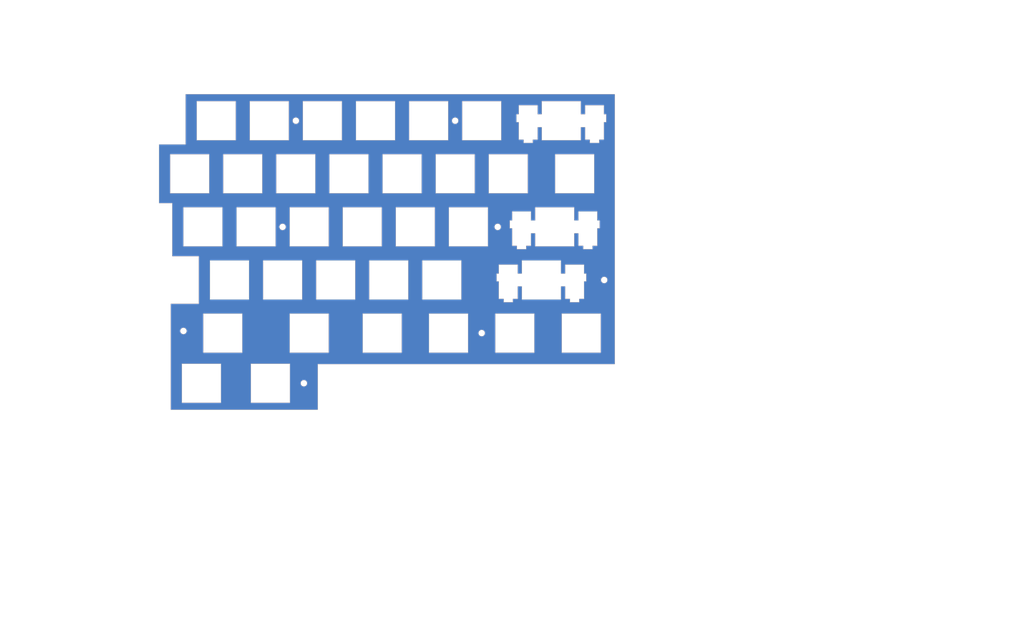
<source format=kicad_pcb>
(kicad_pcb
	(version 20240108)
	(generator "pcbnew")
	(generator_version "8.0")
	(general
		(thickness 1.6)
		(legacy_teardrops no)
	)
	(paper "A3")
	(layers
		(0 "F.Cu" signal)
		(31 "B.Cu" signal)
		(32 "B.Adhes" user "B.Adhesive")
		(33 "F.Adhes" user "F.Adhesive")
		(34 "B.Paste" user)
		(35 "F.Paste" user)
		(36 "B.SilkS" user "B.Silkscreen")
		(37 "F.SilkS" user "F.Silkscreen")
		(38 "B.Mask" user)
		(39 "F.Mask" user)
		(40 "Dwgs.User" user "User.Drawings")
		(41 "Cmts.User" user "User.Comments")
		(42 "Eco1.User" user "User.Eco1")
		(43 "Eco2.User" user "User.Eco2")
		(44 "Edge.Cuts" user)
		(45 "Margin" user)
		(46 "B.CrtYd" user "B.Courtyard")
		(47 "F.CrtYd" user "F.Courtyard")
		(48 "B.Fab" user)
		(49 "F.Fab" user)
		(50 "User.1" user)
		(51 "User.2" user)
		(52 "User.3" user)
		(53 "User.4" user)
		(54 "User.5" user)
		(55 "User.6" user)
		(56 "User.7" user)
		(57 "User.8" user)
		(58 "User.9" user)
	)
	(setup
		(pad_to_mask_clearance 0)
		(allow_soldermask_bridges_in_footprints no)
		(pcbplotparams
			(layerselection 0x00010fc_ffffffff)
			(plot_on_all_layers_selection 0x0000000_00000000)
			(disableapertmacros no)
			(usegerberextensions no)
			(usegerberattributes yes)
			(usegerberadvancedattributes yes)
			(creategerberjobfile yes)
			(dashed_line_dash_ratio 12.000000)
			(dashed_line_gap_ratio 3.000000)
			(svgprecision 4)
			(plotframeref no)
			(viasonmask no)
			(mode 1)
			(useauxorigin no)
			(hpglpennumber 1)
			(hpglpenspeed 20)
			(hpglpendiameter 15.000000)
			(pdf_front_fp_property_popups yes)
			(pdf_back_fp_property_popups yes)
			(dxfpolygonmode yes)
			(dxfimperialunits yes)
			(dxfusepcbnewfont yes)
			(psnegative no)
			(psa4output no)
			(plotreference yes)
			(plotvalue yes)
			(plotfptext yes)
			(plotinvisibletext no)
			(sketchpadsonfab no)
			(subtractmaskfromsilk no)
			(outputformat 1)
			(mirror no)
			(drillshape 1)
			(scaleselection 1)
			(outputdirectory "")
		)
	)
	(net 0 "")
	(gr_line
		(start 244.044 150.5155)
		(end 230.044 150.5155)
		(stroke
			(width 0)
			(type default)
		)
		(layer "Edge.Cuts")
		(uuid "00babc81-5809-46c1-8a94-9749c4c5351d")
	)
	(gr_line
		(start 93.775 154.51505)
		(end 107.775 154.51505)
		(stroke
			(width 0)
			(type default)
		)
		(layer "Edge.Cuts")
		(uuid "00ecce86-012b-4631-95f7-190d47120cde")
	)
	(gr_line
		(start 218.994 99.8864)
		(end 218.994 103.1165)
		(stroke
			(width 0)
			(type default)
		)
		(layer "Edge.Cuts")
		(uuid "02559bfb-3e71-4d6b-b205-80ea0be8724a")
	)
	(gr_line
		(start 209.205 131.2353)
		(end 207.48 131.2353)
		(stroke
			(width 0)
			(type default)
		)
		(layer "Edge.Cuts")
		(uuid "029a8d92-e7f1-4900-84c4-365552362a44")
	)
	(gr_line
		(start 132.413 150.5155)
		(end 132.413 136.5146)
		(stroke
			(width 0)
			(type default)
		)
		(layer "Edge.Cuts")
		(uuid "02d95e85-9656-4817-a00b-1f903accf5c3")
	)
	(gr_line
		(start 189.275 74.3153)
		(end 175.275 74.3153)
		(stroke
			(width 0)
			(type default)
		)
		(layer "Edge.Cuts")
		(uuid "033a2f37-f95c-439a-98d5-7e50f45abdd0")
	)
	(gr_line
		(start 113.075 60.3161)
		(end 113.075 74.3153)
		(stroke
			(width 0)
			(type default)
		)
		(layer "Edge.Cuts")
		(uuid "03508a1a-8558-4c22-ab7d-97b4edeed6bc")
	)
	(gr_line
		(start 189.563 98.416)
		(end 203.562 98.416)
		(stroke
			(width 0)
			(type default)
		)
		(layer "Edge.Cuts")
		(uuid "03c76484-7b00-4df6-b744-42c78592eef4")
	)
	(gr_line
		(start 151.463 112.4153)
		(end 151.463 98.416)
		(stroke
			(width 0)
			(type default)
		)
		(layer "Edge.Cuts")
		(uuid "0427947f-1dc6-467d-88b8-1d44fce16e87")
	)
	(gr_line
		(start 189.563 112.4153)
		(end 189.563 98.416)
		(stroke
			(width 0)
			(type default)
		)
		(layer "Edge.Cuts")
		(uuid "04f2c68b-c4e5-48fb-827e-541377dab695")
	)
	(gr_line
		(start 122.6 79.366)
		(end 122.6 93.3653)
		(stroke
			(width 0)
			(type default)
		)
		(layer "Edge.Cuts")
		(uuid "05997163-9c25-4b37-a353-0ca0fde4e8ec")
	)
	(gr_line
		(start 214.231 122.1665)
		(end 215.755 122.1665)
		(stroke
			(width 0)
			(type default)
		)
		(layer "Edge.Cuts")
		(uuid "05ebc754-2ff8-4b49-96b9-2538da22b817")
	)
	(gr_line
		(start 203.562 98.416)
		(end 203.562 112.4153)
		(stroke
			(width 0)
			(type default)
		)
		(layer "Edge.Cuts")
		(uuid "0802412b-2649-41e7-b519-d66f87a70948")
	)
	(gr_line
		(start 243.62 105.9154)
		(end 242.795 105.9154)
		(stroke
			(width 0)
			(type default)
		)
		(layer "Edge.Cuts")
		(uuid "08910aea-4d64-4b6c-a85a-edaee3376dfc")
	)
	(gr_line
		(start 141.938 131.4653)
		(end 141.938 117.466)
		(stroke
			(width 0)
			(type default)
		)
		(layer "Edge.Cuts")
		(uuid "09ea1cb5-21f5-4001-85ac-ba17c4308611")
	)
	(gr_line
		(start 238.032 124.9654)
		(end 238.032 131.2353)
		(stroke
			(width 0)
			(type default)
		)
		(layer "Edge.Cuts")
		(uuid "0ae4765f-f341-4db8-b6bb-dd2b2ca8d3b3")
	)
	(gr_line
		(start 218.994 103.1165)
		(end 220.519 103.1165)
		(stroke
			(width 0)
			(type default)
		)
		(layer "Edge.Cuts")
		(uuid "0b4fd3dc-3e48-461c-b47c-4cba55830352")
	)
	(gr_line
		(start 118.125 60.3161)
		(end 132.125 60.3161)
		(stroke
			(width 0)
			(type default)
		)
		(layer "Edge.Cuts")
		(uuid "0d1ed1d1-8f67-41d4-9a6e-d1bd769bee15")
	)
	(gr_line
		(start 94.313 112.4153)
		(end 94.313 98.416)
		(stroke
			(width 0)
			(type default)
		)
		(layer "Edge.Cuts")
		(uuid "0d93794c-c2f9-4f66-8d1c-5761579cdcc0")
	)
	(gr_line
		(start 180.038 117.466)
		(end 194.037 117.466)
		(stroke
			(width 0)
			(type default)
		)
		(layer "Edge.Cuts")
		(uuid "0dad1c7f-9076-4b66-98f6-94dd1fcf7bba")
	)
	(gr_line
		(start 203.85 79.366)
		(end 217.85 79.366)
		(stroke
			(width 0)
			(type default)
		)
		(layer "Edge.Cuts")
		(uuid "0dfe8df4-46bb-4473-aa3a-925680d2f24c")
	)
	(gr_line
		(start 229.756 117.466)
		(end 229.756 122.1665)
		(stroke
			(width 0)
			(type default)
		)
		(layer "Edge.Cuts")
		(uuid "10e63201-2c03-47e6-a728-724650b8044a")
	)
	(gr_line
		(start 222.9 60.3161)
		(end 236.9 60.3161)
		(stroke
			(width 0)
			(type default)
		)
		(layer "Edge.Cuts")
		(uuid "1142d24c-ba56-4b72-a381-f90cf74367f0")
	)
	(gr_line
		(start 103.55 93.3653)
		(end 89.55 93.3653)
		(stroke
			(width 0)
			(type default)
		)
		(layer "Edge.Cuts")
		(uuid "121a5839-41ad-4cd3-9598-df572058480c")
	)
	(gr_line
		(start 99.075 60.3161)
		(end 113.075 60.3161)
		(stroke
			(width 0)
			(type default)
		)
		(layer "Edge.Cuts")
		(uuid "12e3401c-298b-43e0-bbc4-7f1ae1092343")
	)
	(gr_line
		(start 103.55 79.366)
		(end 103.55 93.3653)
		(stroke
			(width 0)
			(type default)
		)
		(layer "Edge.Cuts")
		(uuid "14ee06a2-19cc-4a32-a983-cec6a38e2e7b")
	)
	(gr_line
		(start 238.032 122.1665)
		(end 238.854 122.1665)
		(stroke
			(width 0)
			(type default)
		)
		(layer "Edge.Cuts")
		(uuid "1774573f-0014-46e8-9087-bd812ab0970f")
	)
	(gr_line
		(start 99.075 74.3153)
		(end 99.075 60.3161)
		(stroke
			(width 0)
			(type default)
		)
		(layer "Edge.Cuts")
		(uuid "18065bf8-8f86-4109-b1e8-b5e353a62865")
	)
	(gr_circle
		(center 134.65 67.3157)
		(end 133.5 67.3157)
		(stroke
			(width 0)
			(type default)
		)
		(fill none)
		(layer "Edge.Cuts")
		(uuid "18d74a9a-70f7-4a22-ac21-813903877219")
	)
	(gr_line
		(start 117.837 131.4653)
		(end 103.838 131.4653)
		(stroke
			(width 0)
			(type default)
		)
		(layer "Edge.Cuts")
		(uuid "1a1d9870-d55f-4112-a46c-eaac8e217511")
	)
	(gr_line
		(start 222.9 74.3153)
		(end 222.9 69.6161)
		(stroke
			(width 0)
			(type default)
		)
		(layer "Edge.Cuts")
		(uuid "1afe8efa-482e-466a-add7-979ba142d0bd")
	)
	(gr_line
		(start 103.838 131.4653)
		(end 103.838 117.466)
		(stroke
			(width 0)
			(type default)
		)
		(layer "Edge.Cuts")
		(uuid "1b4a401f-b65a-4c79-a779-efccd10067d3")
	)
	(gr_line
		(start 212.506 131.2353)
		(end 212.506 132.4355)
		(stroke
			(width 0)
			(type default)
		)
		(layer "Edge.Cuts")
		(uuid "1c3b491e-0226-4120-af9a-53b266898a8d")
	)
	(gr_line
		(start 249.103 57.791756)
		(end 95.075 57.791756)
		(stroke
			(width 0)
			(type default)
		)
		(layer "Edge.Cuts")
		(uuid "1da9bb03-5f9d-434b-8681-fca9b3277806")
	)
	(gr_line
		(start 213.8 65.0161)
		(end 214.625 65.0161)
		(stroke
			(width 0)
			(type default)
		)
		(layer "Edge.Cuts")
		(uuid "1de8ed8b-f99a-4f3d-90e8-080815c17e56")
	)
	(gr_line
		(start 214.625 67.8151)
		(end 213.8 67.8151)
		(stroke
			(width 0)
			(type default)
		)
		(layer "Edge.Cuts")
		(uuid "1e2e6a35-d952-4e2a-aa3b-a9ca2c96157b")
	)
	(gr_line
		(start 237.768 112.1853)
		(end 236.043 112.1853)
		(stroke
			(width 0)
			(type default)
		)
		(layer "Edge.Cuts")
		(uuid "1fbad032-44a0-457a-8b20-e11d7b8f23c8")
	)
	(gr_line
		(start 89.775 171.01505)
		(end 142.525 171.01505)
		(stroke
			(width 0)
			(type default)
		)
		(layer "Edge.Cuts")
		(uuid "1fd1576d-8a5e-405c-8567-7e0b226927cc")
	)
	(gr_line
		(start 245.998 67.8151)
		(end 245.176 67.8151)
		(stroke
			(width 0)
			(type default)
		)
		(layer "Edge.Cuts")
		(uuid "204e8cf2-bfe5-461e-88aa-949905e02108")
	)
	(gr_line
		(start 236.043 112.1853)
		(end 236.043 107.7163)
		(stroke
			(width 0)
			(type default)
		)
		(layer "Edge.Cuts")
		(uuid "2076b6c4-9884-4133-9449-dc0b53598c69")
	)
	(gr_line
		(start 234.518 98.416)
		(end 234.518 103.1165)
		(stroke
			(width 0)
			(type default)
		)
		(layer "Edge.Cuts")
		(uuid "20c19a4c-ccdf-414a-b02a-60ca710a4c7d")
	)
	(gr_line
		(start 220.519 112.4153)
		(end 220.519 107.7163)
		(stroke
			(width 0)
			(type default)
		)
		(layer "Edge.Cuts")
		(uuid "214ddd48-975c-41cd-87a0-2a911ca93b40")
	)
	(gr_line
		(start 132.413 136.5146)
		(end 146.412 136.5146)
		(stroke
			(width 0)
			(type default)
		)
		(layer "Edge.Cuts")
		(uuid "21df9819-630d-465a-899d-7bca0b6fa900")
	)
	(gr_line
		(start 241.662 93.3653)
		(end 227.663 93.3653)
		(stroke
			(width 0)
			(type default)
		)
		(layer "Edge.Cuts")
		(uuid "238939c8-eff5-4dbf-a584-d519bdde2aeb")
	)
	(gr_line
		(start 215.755 117.466)
		(end 229.756 117.466)
		(stroke
			(width 0)
			(type default)
		)
		(layer "Edge.Cuts")
		(uuid "2673aadc-907d-406c-b23d-831c93712b7b")
	)
	(gr_line
		(start 101.455 150.5155)
		(end 101.455 136.5146)
		(stroke
			(width 0)
			(type default)
		)
		(layer "Edge.Cuts")
		(uuid "27995496-151f-4671-8cd2-4c62ee63df33")
	)
	(gr_line
		(start 245.176 61.7861)
		(end 245.176 65.0161)
		(stroke
			(width 0)
			(type default)
		)
		(layer "Edge.Cuts")
		(uuid "28f50c2e-1f16-4081-ae41-346ff0f5eda1")
	)
	(gr_line
		(start 227.663 93.3653)
		(end 227.663 79.366)
		(stroke
			(width 0)
			(type default)
		)
		(layer "Edge.Cuts")
		(uuid "2953d679-4b31-4bb3-8dde-811abb4e3b75")
	)
	(gr_line
		(start 214.231 131.2353)
		(end 212.506 131.2353)
		(stroke
			(width 0)
			(type default)
		)
		(layer "Edge.Cuts")
		(uuid "2abb109b-418d-4416-82c5-a1795de91f52")
	)
	(gr_line
		(start 107.775 154.51505)
		(end 107.775 168.51505)
		(stroke
			(width 0)
			(type default)
		)
		(layer "Edge.Cuts")
		(uuid "2d43f1e3-135a-4409-bb5f-afa9b15c8d4e")
	)
	(gr_line
		(start 108.312 112.4153)
		(end 94.313 112.4153)
		(stroke
			(width 0)
			(type default)
		)
		(layer "Edge.Cuts")
		(uuid "30bd23d2-cb3e-40fd-91cf-99e3777650c6")
	)
	(gr_line
		(start 146.412 112.4153)
		(end 132.413 112.4153)
		(stroke
			(width 0)
			(type default)
		)
		(layer "Edge.Cuts")
		(uuid "331aa255-badb-4d4a-8310-a38919f30541")
	)
	(gr_line
		(start 103.838 117.466)
		(end 117.837 117.466)
		(stroke
			(width 0)
			(type default)
		)
		(layer "Edge.Cuts")
		(uuid "34e48ddd-f11d-4676-bb36-c1d338a31610")
	)
	(gr_line
		(start 234.518 107.7163)
		(end 234.518 112.4153)
		(stroke
			(width 0)
			(type default)
		)
		(layer "Edge.Cuts")
		(uuid "35fb8ead-75fc-4cda-829c-03c2e4525436")
	)
	(gr_line
		(start 146.7 93.3653)
		(end 146.7 79.366)
		(stroke
			(width 0)
			(type default)
		)
		(layer "Edge.Cuts")
		(uuid "36a3a5f8-8f04-4c6a-8a1e-1528c590b3ba")
	)
	(gr_line
		(start 170.225 74.3153)
		(end 156.225 74.3153)
		(stroke
			(width 0)
			(type default)
		)
		(layer "Edge.Cuts")
		(uuid "392f9edd-e41e-4e09-be7a-73b62dd7b768")
	)
	(gr_line
		(start 218.994 107.7163)
		(end 218.994 112.1853)
		(stroke
			(width 0)
			(type default)
		)
		(layer "Edge.Cuts")
		(uuid "3c2e6a68-c333-4af2-98c8-d3136217194a")
	)
	(gr_line
		(start 212.506 132.4355)
		(end 209.205 132.4355)
		(stroke
			(width 0)
			(type default)
		)
		(layer "Edge.Cuts")
		(uuid "3d7680b0-f2fa-4922-a930-a5ada5dcb9c5")
	)
	(gr_line
		(start 207.48 124.9654)
		(end 206.656 124.9654)
		(stroke
			(width 0)
			(type default)
		)
		(layer "Edge.Cuts")
		(uuid "3f557af2-4938-4672-89ed-970bfb3e2043")
	)
	(gr_line
		(start 240.149 75.2855)
		(end 240.149 74.0853)
		(stroke
			(width 0)
			(type default)
		)
		(layer "Edge.Cuts")
		(uuid "400cd217-4519-4c60-a07f-017be7340e89")
	)
	(gr_line
		(start 207.48 131.2353)
		(end 207.48 124.9654)
		(stroke
			(width 0)
			(type default)
		)
		(layer "Edge.Cuts")
		(uuid "409528a6-69f3-4431-bc04-93955219b9c6")
	)
	(gr_line
		(start 236.9 60.3161)
		(end 236.9 65.0161)
		(stroke
			(width 0)
			(type default)
		)
		(layer "Edge.Cuts")
		(uuid "40a72f92-6892-4ae3-aa13-605d6dc84430")
	)
	(gr_line
		(start 182.419 136.5146)
		(end 196.418 136.5146)
		(stroke
			(width 0)
			(type default)
		)
		(layer "Edge.Cuts")
		(uuid "425ea478-f4f7-470d-a8cd-ef7259f0b91f")
	)
	(gr_line
		(start 238.424 74.0853)
		(end 238.424 69.6161)
		(stroke
			(width 0)
			(type default)
		)
		(layer "Edge.Cuts")
		(uuid "427e8d55-fe76-425b-a02f-d8874eb14686")
	)
	(gr_line
		(start 196.418 136.5146)
		(end 196.418 150.5155)
		(stroke
			(width 0)
			(type default)
		)
		(layer "Edge.Cuts")
		(uuid "42815545-1260-45a7-ac92-fbb6e4a9c64f")
	)
	(gr_line
		(start 217.268 112.1853)
		(end 217.268 113.3855)
		(stroke
			(width 0)
			(type default)
		)
		(layer "Edge.Cuts")
		(uuid "438daace-74a6-40e6-8eb1-3b8a792c32f6")
	)
	(gr_line
		(start 108.6 93.3653)
		(end 108.6 79.366)
		(stroke
			(width 0)
			(type default)
		)
		(layer "Edge.Cuts")
		(uuid "45b28833-5cab-409f-b7aa-bae88759ee2f")
	)
	(gr_line
		(start 245.176 74.0853)
		(end 243.451 74.0853)
		(stroke
			(width 0)
			(type default)
		)
		(layer "Edge.Cuts")
		(uuid "482427b2-8372-48b9-a95e-caf23c3b9f8b")
	)
	(gr_line
		(start 242.795 112.1853)
		(end 241.07 112.1853)
		(stroke
			(width 0)
			(type default)
		)
		(layer "Edge.Cuts")
		(uuid "4be5d2f3-1a46-4252-939e-95eed63dbd13")
	)
	(gr_line
		(start 220.519 98.416)
		(end 234.518 98.416)
		(stroke
			(width 0)
			(type default)
		)
		(layer "Edge.Cuts")
		(uuid "4bfe7e5f-db6f-40b0-8db1-a92bcb7a2f08")
	)
	(gr_line
		(start 217.85 93.3653)
		(end 203.85 93.3653)
		(stroke
			(width 0)
			(type default)
		)
		(layer "Edge.Cuts")
		(uuid "4d108a3d-0557-4eff-87c1-a06ba40927ef")
	)
	(gr_line
		(start 221.375 61.7861)
		(end 221.375 65.0161)
		(stroke
			(width 0)
			(type default)
		)
		(layer "Edge.Cuts")
		(uuid "4d71e5dd-9191-45c5-9e91-6fb4568a573c")
	)
	(gr_line
		(start 184.512 98.416)
		(end 184.512 112.4153)
		(stroke
			(width 0)
			(type default)
		)
		(layer "Edge.Cuts")
		(uuid "4f56a443-7336-4690-90c7-f863ce09949a")
	)
	(gr_circle
		(center 201.324 143.51505)
		(end 200.174 143.51505)
		(stroke
			(width 0)
			(type default)
		)
		(fill none)
		(layer "Edge.Cuts")
		(uuid "4f5d3a4f-62ae-4e42-a0a1-f5a85d360634")
	)
	(gr_line
		(start 238.032 118.9364)
		(end 238.032 122.1665)
		(stroke
			(width 0)
			(type default)
		)
		(layer "Edge.Cuts")
		(uuid "50686b38-d5d0-43c5-b2ea-c554ad743762")
	)
	(gr_line
		(start 238.424 65.0161)
		(end 238.424 61.7861)
		(stroke
			(width 0)
			(type default)
		)
		(layer "Edge.Cuts")
		(uuid "50d67560-741e-4f22-a8e0-ff3b089ded1d")
	)
	(gr_circle
		(center 191.8 67.3157)
		(end 190.65 67.3157)
		(stroke
			(width 0)
			(type default)
		)
		(fill none)
		(layer "Edge.Cuts")
		(uuid "50d7e7f7-920c-48d5-9f15-5d1ced5f99e0")
	)
	(gr_line
		(start 220.231 150.5155)
		(end 206.23 150.5155)
		(stroke
			(width 0)
			(type default)
		)
		(layer "Edge.Cuts")
		(uuid "5110aa07-21e2-4bd7-a496-cf0e893c8bd6")
	)
	(gr_line
		(start 160.7 79.366)
		(end 160.7 93.3653)
		(stroke
			(width 0)
			(type default)
		)
		(layer "Edge.Cuts")
		(uuid "5207ad4f-f11a-40ae-b62e-8f52cddd98f5")
	)
	(gr_line
		(start 237.768 113.3855)
		(end 237.768 112.1853)
		(stroke
			(width 0)
			(type default)
		)
		(layer "Edge.Cuts")
		(uuid "5361b864-2a76-4fb3-8025-f06a3a8982f0")
	)
	(gr_line
		(start 214.625 65.0161)
		(end 214.625 61.7861)
		(stroke
			(width 0)
			(type default)
		)
		(layer "Edge.Cuts")
		(uuid "5396933c-59d2-48e3-a472-b9f955737723")
	)
	(gr_line
		(start 108.6 79.366)
		(end 122.6 79.366)
		(stroke
			(width 0)
			(type default)
		)
		(layer "Edge.Cuts")
		(uuid "544222c7-a4f9-4425-b078-11719561676a")
	)
	(gr_line
		(start 107.775 168.51505)
		(end 93.775 168.51505)
		(stroke
			(width 0)
			(type default)
		)
		(layer "Edge.Cuts")
		(uuid "5454f052-387e-4e73-afbb-6ef25561814b")
	)
	(gr_line
		(start 233.005 131.2353)
		(end 231.28 131.2353)
		(stroke
			(width 0)
			(type default)
		)
		(layer "Edge.Cuts")
		(uuid "55bfa925-7f64-4c05-be05-3c9c9c70c2d4")
	)
	(gr_line
		(start 127.65 93.3653)
		(end 127.65 79.366)
		(stroke
			(width 0)
			(type default)
		)
		(layer "Edge.Cuts")
		(uuid "55ee336f-636f-4797-ab32-fd886b4e67f2")
	)
	(gr_line
		(start 151.175 60.3161)
		(end 151.175 74.3153)
		(stroke
			(width 0)
			(type default)
		)
		(layer "Edge.Cuts")
		(uuid "56c4d8aa-ca9e-4e4d-94fb-b8440a3fcb33")
	)
	(gr_line
		(start 234.518 103.1165)
		(end 236.043 103.1165)
		(stroke
			(width 0)
			(type default)
		)
		(layer "Edge.Cuts")
		(uuid "58430d57-355f-42d3-929f-f83cf8e9bced")
	)
	(gr_line
		(start 230.044 136.5146)
		(end 244.044 136.5146)
		(stroke
			(width 0)
			(type default)
		)
		(layer "Edge.Cuts")
		(uuid "5853c72c-b0d3-403b-a21b-dd82317d7bde")
	)
	(gr_line
		(start 142.525 154.638595)
		(end 249.103 154.638595)
		(stroke
			(width 0)
			(type default)
		)
		(layer "Edge.Cuts")
		(uuid "59b7959b-9ece-4a23-a26a-e3d31be264be")
	)
	(gr_line
		(start 194.037 117.466)
		(end 194.037 131.4653)
		(stroke
			(width 0)
			(type default)
		)
		(layer "Edge.Cuts")
		(uuid "5abe9825-c7c1-406f-a039-733be1a45708")
	)
	(gr_line
		(start 212.244 99.8864)
		(end 218.994 99.8864)
		(stroke
			(width 0)
			(type default)
		)
		(layer "Edge.Cuts")
		(uuid "5b2d452c-4ec5-4ce2-9f81-d38d1345038a")
	)
	(gr_line
		(start 198.8 93.3653)
		(end 184.8 93.3653)
		(stroke
			(width 0)
			(type default)
		)
		(layer "Edge.Cuts")
		(uuid "5b4006bc-bc75-46dd-a890-3a3975528398")
	)
	(gr_line
		(start 242.795 105.9154)
		(end 242.795 112.1853)
		(stroke
			(width 0)
			(type default)
		)
		(layer "Edge.Cuts")
		(uuid "5ce06cac-93b2-4ae6-bb14-358ab6197bb6")
	)
	(gr_line
		(start 231.28 122.1665)
		(end 231.28 118.9364)
		(stroke
			(width 0)
			(type default)
		)
		(layer "Edge.Cuts")
		(uuid "5d3558a2-a57b-4f75-9e41-66e1d305765c")
	)
	(gr_line
		(start 170.225 60.3161)
		(end 170.225 74.3153)
		(stroke
			(width 0)
			(type default)
		)
		(layer "Edge.Cuts")
		(uuid "5df6cbfe-1849-4afe-b32e-c8efce7bd815")
	)
	(gr_line
		(start 85.55 96.8913)
		(end 90.313 96.8913)
		(stroke
			(width 0)
			(type default)
		)
		(layer "Edge.Cuts")
		(uuid "5ea12e07-c1a5-4082-b302-1d2897e7c1a4")
	)
	(gr_line
		(start 213.969 113.3855)
		(end 213.969 112.1853)
		(stroke
			(width 0)
			(type default)
		)
		(layer "Edge.Cuts")
		(uuid "5f34e0cc-8007-4a70-bbb6-48584cfd9865")
	)
	(gr_line
		(start 165.462 112.4153)
		(end 151.463 112.4153)
		(stroke
			(width 0)
			(type default)
		)
		(layer "Edge.Cuts")
		(uuid "60315ef9-82d4-4747-a53c-f48f0c873d22")
	)
	(gr_line
		(start 175.275 74.3153)
		(end 175.275 60.3161)
		(stroke
			(width 0)
			(type default)
		)
		(layer "Edge.Cuts")
		(uuid "605202f8-c6c2-4584-863d-887716391397")
	)
	(gr_line
		(start 165.75 79.366)
		(end 179.75 79.366)
		(stroke
			(width 0)
			(type default)
		)
		(layer "Edge.Cuts")
		(uuid "616e0960-9c99-49e7-adc3-37b34c15b184")
	)
	(gr_line
		(start 212.244 103.1165)
		(end 212.244 99.8864)
		(stroke
			(width 0)
			(type default)
		)
		(layer "Edge.Cuts")
		(uuid "637c513d-3d98-4ed8-a9f6-522b085a1ac3")
	)
	(gr_line
		(start 115.456 150.5155)
		(end 101.455 150.5155)
		(stroke
			(width 0)
			(type default)
		)
		(layer "Edge.Cuts")
		(uuid "64784e6c-afac-44cb-bce2-0f642b3c7f5e")
	)
	(gr_line
		(start 249.103 154.638595)
		(end 249.103 57.791756)
		(stroke
			(width 0)
			(type default)
		)
		(layer "Edge.Cuts")
		(uuid "68c9bca6-1b04-4cba-8b73-64c22ad30019")
	)
	(gr_line
		(start 136.887 117.466)
		(end 136.887 131.4653)
		(stroke
			(width 0)
			(type default)
		)
		(layer "Edge.Cuts")
		(uuid "69e4e712-c870-460c-a08f-86eaede13d99")
	)
	(gr_line
		(start 194.325 60.3161)
		(end 208.325 60.3161)
		(stroke
			(width 0)
			(type default)
		)
		(layer "Edge.Cuts")
		(uuid "69e5f096-4631-478e-918f-0312497fb50d")
	)
	(gr_line
		(start 221.375 69.6161)
		(end 221.375 74.0853)
		(stroke
			(width 0)
			(type default)
		)
		(layer "Edge.Cuts")
		(uuid "6a02e6b5-db8a-4255-ada6-7c0d3ba8835e")
	)
	(gr_line
		(start 217.85 79.366)
		(end 217.85 93.3653)
		(stroke
			(width 0)
			(type default)
		)
		(layer "Edge.Cuts")
		(uuid "6ab89e55-a346-45e7-8db2-1ba785dda5ea")
	)
	(gr_line
		(start 160.7 93.3653)
		(end 146.7 93.3653)
		(stroke
			(width 0)
			(type default)
		)
		(layer "Edge.Cuts")
		(uuid "6d13bc6d-037a-4af4-88ef-48834a8273b5")
	)
	(gr_line
		(start 214.231 118.9364)
		(end 214.231 122.1665)
		(stroke
			(width 0)
			(type default)
		)
		(layer "Edge.Cuts")
		(uuid "6d58e557-5ae4-41f4-837a-ac1bd6fad428")
	)
	(gr_line
		(start 155.937 117.466)
		(end 155.937 131.4653)
		(stroke
			(width 0)
			(type default)
		)
		(layer "Edge.Cuts")
		(uuid "6f119b2b-75bf-4c41-8b89-2d63d3477a31")
	)
	(gr_line
		(start 231.28 118.9364)
		(end 238.032 118.9364)
		(stroke
			(width 0)
			(type default)
		)
		(layer "Edge.Cuts")
		(uuid "70cfc16d-ced4-4648-955b-7853223bebf6")
	)
	(gr_line
		(start 95.075 57.791756)
		(end 95.075 75.84)
		(stroke
			(width 0)
			(type default)
		)
		(layer "Edge.Cuts")
		(uuid "71d56f70-bd86-4f00-8df0-45b46e438d94")
	)
	(gr_line
		(start 207.48 118.9364)
		(end 214.231 118.9364)
		(stroke
			(width 0)
			(type default)
		)
		(layer "Edge.Cuts")
		(uuid "71ddc543-0cbb-41df-bcd3-9cc78ada3dff")
	)
	(gr_line
		(start 244.044 136.5146)
		(end 244.044 150.5155)
		(stroke
			(width 0)
			(type default)
		)
		(layer "Edge.Cuts")
		(uuid "726f7af2-af93-4b5a-a02e-3a19d9888218")
	)
	(gr_circle
		(center 207.0625 105.41565)
		(end 205.9125 105.41565)
		(stroke
			(width 0)
			(type default)
		)
		(fill none)
		(layer "Edge.Cuts")
		(uuid "729dd60c-21aa-4678-8516-5c627e792ddc")
	)
	(gr_line
		(start 229.756 126.7649)
		(end 229.756 131.4653)
		(stroke
			(width 0)
			(type default)
		)
		(layer "Edge.Cuts")
		(uuid "72c14247-1538-424f-8a57-88d941746713")
	)
	(gr_line
		(start 132.125 60.3161)
		(end 132.125 74.3153)
		(stroke
			(width 0)
			(type default)
		)
		(layer "Edge.Cuts")
		(uuid "74f449e9-c986-4add-9e99-833c14a8a57e")
	)
	(gr_line
		(start 94.313 98.416)
		(end 108.312 98.416)
		(stroke
			(width 0)
			(type default)
		)
		(layer "Edge.Cuts")
		(uuid "75517298-3dcf-4f48-9832-0e8a756beac5")
	)
	(gr_line
		(start 122.6 93.3653)
		(end 108.6 93.3653)
		(stroke
			(width 0)
			(type default)
		)
		(layer "Edge.Cuts")
		(uuid "768a1669-5930-4ebf-903b-cd18669cc259")
	)
	(gr_line
		(start 127.65 79.366)
		(end 141.65 79.366)
		(stroke
			(width 0)
			(type default)
		)
		(layer "Edge.Cuts")
		(uuid "76c70e4a-fc0b-4f59-afbc-76d4dd2ebf68")
	)
	(gr_line
		(start 238.854 124.9654)
		(end 238.032 124.9654)
		(stroke
			(width 0)
			(type default)
		)
		(layer "Edge.Cuts")
		(uuid "786a2e35-a31a-477c-8ffc-e949c633f8b7")
	)
	(gr_line
		(start 198.8 79.366)
		(end 198.8 93.3653)
		(stroke
			(width 0)
			(type default)
		)
		(layer "Edge.Cuts")
		(uuid "796c9d12-c3ba-4299-b862-01588d3e35ae")
	)
	(gr_line
		(start 238.424 61.7861)
		(end 245.176 61.7861)
		(stroke
			(width 0)
			(type default)
		)
		(layer "Edge.Cuts")
		(uuid "79e1e65b-243c-4dff-b542-119ba084aade")
	)
	(gr_line
		(start 146.412 98.416)
		(end 146.412 112.4153)
		(stroke
			(width 0)
			(type default)
		)
		(layer "Edge.Cuts")
		(uuid "7a8dd176-c64f-4b6b-8ff2-666cf69755aa")
	)
	(gr_line
		(start 182.419 150.5155)
		(end 182.419 136.5146)
		(stroke
			(width 0)
			(type default)
		)
		(layer "Edge.Cuts")
		(uuid "7afe33a5-8913-47d9-82e0-2e059f8b50be")
	)
	(gr_line
		(start 146.412 136.5146)
		(end 146.412 150.5155)
		(stroke
			(width 0)
			(type default)
		)
		(layer "Edge.Cuts")
		(uuid "7b3d53d4-f547-4649-a597-6c53e45fff8c")
	)
	(gr_line
		(start 215.755 126.7649)
		(end 214.231 126.7649)
		(stroke
			(width 0)
			(type default)
		)
		(layer "Edge.Cuts")
		(uuid "7ccff8ce-f148-430f-a6dc-0de4480ff728")
	)
	(gr_line
		(start 206.23 136.5146)
		(end 220.231 136.5146)
		(stroke
			(width 0)
			(type default)
		)
		(layer "Edge.Cuts")
		(uuid "7d729f6e-002e-40e8-8853-0c8d20b74293")
	)
	(gr_line
		(start 115.456 136.5146)
		(end 115.456 150.5155)
		(stroke
			(width 0)
			(type default)
		)
		(layer "Edge.Cuts")
		(uuid "7d9aa250-fd3a-41b9-beeb-adc8ec62d59f")
	)
	(gr_line
		(start 241.07 112.1853)
		(end 241.07 113.3855)
		(stroke
			(width 0)
			(type default)
		)
		(layer "Edge.Cuts")
		(uuid "7dba6785-0a37-42ea-aaa3-f08972a2ebcd")
	)
	(gr_line
		(start 214.625 61.7861)
		(end 221.375 61.7861)
		(stroke
			(width 0)
			(type default)
		)
		(layer "Edge.Cuts")
		(uuid "7de0b328-b24d-49d9-b7b3-bbbb03a92724")
	)
	(gr_line
		(start 219.649 75.2855)
		(end 216.349 75.2855)
		(stroke
			(width 0)
			(type default)
		)
		(layer "Edge.Cuts")
		(uuid "80230e38-9afc-42ba-8008-d08b60ea5c5c")
	)
	(gr_line
		(start 206.23 150.5155)
		(end 206.23 136.5146)
		(stroke
			(width 0)
			(type default)
		)
		(layer "Edge.Cuts")
		(uuid "807dc942-65ce-4332-bc97-3cb50ce6dc3b")
	)
	(gr_line
		(start 215.755 122.1665)
		(end 215.755 117.466)
		(stroke
			(width 0)
			(type default)
		)
		(layer "Edge.Cuts")
		(uuid "81071d1a-ca0b-4187-bd0b-0a59b359d122")
	)
	(gr_line
		(start 233.005 132.4355)
		(end 233.005 131.2353)
		(stroke
			(width 0)
			(type default)
		)
		(layer "Edge.Cuts")
		(uuid "82ea83a2-2572-4330-9a80-1d4a8f1a29dc")
	)
	(gr_line
		(start 180.038 131.4653)
		(end 180.038 117.466)
		(stroke
			(width 0)
			(type default)
		)
		(layer "Edge.Cuts")
		(uuid "83ca45a1-2d2f-4a0f-b527-44fd349956a3")
	)
	(gr_line
		(start 227.663 79.366)
		(end 241.662 79.366)
		(stroke
			(width 0)
			(type default)
		)
		(layer "Edge.Cuts")
		(uuid "867cb587-3cb8-49b7-a717-7af34c11deb7")
	)
	(gr_line
		(start 89.55 79.366)
		(end 103.55 79.366)
		(stroke
			(width 0)
			(type default)
		)
		(layer "Edge.Cuts")
		(uuid "86868c47-249a-4c09-a142-8909abf5481b")
	)
	(gr_line
		(start 151.463 98.416)
		(end 165.462 98.416)
		(stroke
			(width 0)
			(type default)
		)
		(layer "Edge.Cuts")
		(uuid "88c29539-97ce-41fc-9806-a7bcb7f316ab")
	)
	(gr_line
		(start 146.412 150.5155)
		(end 132.413 150.5155)
		(stroke
			(width 0)
			(type default)
		)
		(layer "Edge.Cuts")
		(uuid "89493a99-199e-4c34-839d-69e84e967e7f")
	)
	(gr_line
		(start 236.043 103.1165)
		(end 236.043 99.8864)
		(stroke
			(width 0)
			(type default)
		)
		(layer "Edge.Cuts")
		(uuid "8b6687d0-23be-4119-a7e2-67ed9fcfeab8")
	)
	(gr_line
		(start 194.325 74.3153)
		(end 194.325 60.3161)
		(stroke
			(width 0)
			(type default)
		)
		(layer "Edge.Cuts")
		(uuid "8b974a15-95f9-4cc4-bc53-2263681f1a79")
	)
	(gr_line
		(start 211.418 103.1165)
		(end 212.244 103.1165)
		(stroke
			(width 0)
			(type default)
		)
		(layer "Edge.Cuts")
		(uuid "8ce7ca4d-525f-4af6-9b8d-069b32c4c121")
	)
	(gr_line
		(start 236.9 69.6161)
		(end 236.9 74.3153)
		(stroke
			(width 0)
			(type default)
		)
		(layer "Edge.Cuts")
		(uuid "8d872ebe-735f-4ae0-b4ed-d7e13b29f522")
	)
	(gr_line
		(start 90.313 115.9413)
		(end 99.838 115.9413)
		(stroke
			(width 0)
			(type default)
		)
		(layer "Edge.Cuts")
		(uuid "8ec3553c-5216-4b7b-ae70-c0609bd2fd2f")
	)
	(gr_line
		(start 207.48 122.1665)
		(end 207.48 118.9364)
		(stroke
			(width 0)
			(type default)
		)
		(layer "Edge.Cuts")
		(uuid "900fae49-cf57-44fd-b5c5-8061dac55c46")
	)
	(gr_line
		(start 216.349 74.0853)
		(end 214.625 74.0853)
		(stroke
			(width 0)
			(type default)
		)
		(layer "Edge.Cuts")
		(uuid "90e46792-01e0-42c2-bb0a-24652b69df8d")
	)
	(gr_line
		(start 108.312 98.416)
		(end 108.312 112.4153)
		(stroke
			(width 0)
			(type default)
		)
		(layer "Edge.Cuts")
		(uuid "91536293-2a5f-4b34-8e85-77f0e6dbb6c3")
	)
	(gr_line
		(start 222.9 69.6161)
		(end 221.375 69.6161)
		(stroke
			(width 0)
			(type default)
		)
		(layer "Edge.Cuts")
		(uuid "91bdf93d-13c5-4af2-a6be-1f735598b1dc")
	)
	(gr_line
		(start 132.525 154.51505)
		(end 132.525 168.51505)
		(stroke
			(width 0)
			(type default)
		)
		(layer "Edge.Cuts")
		(uuid "92ede4f7-741b-4599-a841-d85291b4c87c")
	)
	(gr_line
		(start 142.525 171.01505)
		(end 142.525 154.638595)
		(stroke
			(width 0)
			(type default)
		)
		(layer "Edge.Cuts")
		(uuid "93929c4b-86c6-4154-b466-4d52a681fedb")
	)
	(gr_line
		(start 238.032 131.2353)
		(end 236.307 131.2353)
		(stroke
			(width 0)
			(type default)
		)
		(layer "Edge.Cuts")
		(uuid "964cc313-7652-4f9c-8fd4-69d4e70ff432")
	)
	(gr_line
		(start 211.418 105.9154)
		(end 211.418 103.1165)
		(stroke
			(width 0)
			(type default)
		)
		(layer "Edge.Cuts")
		(uuid "96b185bf-cc9e-41a1-a3fd-fe952baabb67")
	)
	(gr_circle
		(center 94.315 142.75205)
		(end 93.165 142.75205)
		(stroke
			(width 0)
			(type default)
		)
		(fill none)
		(layer "Edge.Cuts")
		(uuid "98332008-0d69-4b84-8e8c-3f5c13f1c93b")
	)
	(gr_line
		(start 156.225 60.3161)
		(end 170.225 60.3161)
		(stroke
			(width 0)
			(type default)
		)
		(layer "Edge.Cuts")
		(uuid "984fdf1d-9cc0-415b-9e88-1f7c5332191d")
	)
	(gr_line
		(start 132.125 74.3153)
		(end 118.125 74.3153)
		(stroke
			(width 0)
			(type default)
		)
		(layer "Edge.Cuts")
		(uuid "98c9e157-2cd8-4f68-a16b-e58e3718d2f2")
	)
	(gr_line
		(start 165.462 98.416)
		(end 165.462 112.4153)
		(stroke
			(width 0)
			(type default)
		)
		(layer "Edge.Cuts")
		(uuid "98d402b0-50b2-45bb-82bd-cae8fc9fdfe9")
	)
	(gr_line
		(start 89.55 93.3653)
		(end 89.55 79.366)
		(stroke
			(width 0)
			(type default)
		)
		(layer "Edge.Cuts")
		(uuid "99450ccd-d32d-42c8-8d2d-360fbdc48144")
	)
	(gr_line
		(start 170.513 112.4153)
		(end 170.513 98.416)
		(stroke
			(width 0)
			(type default)
		)
		(layer "Edge.Cuts")
		(uuid "999cc318-3276-4574-9aca-534a752847fa")
	)
	(gr_circle
		(center 137.525 161.51505)
		(end 136.375 161.51505)
		(stroke
			(width 0)
			(type default)
		)
		(fill none)
		(layer "Edge.Cuts")
		(uuid "99c5bc9c-374d-4055-b5b3-323cc81dbaab")
	)
	(gr_line
		(start 214.625 74.0853)
		(end 214.625 67.8151)
		(stroke
			(width 0)
			(type default)
		)
		(layer "Edge.Cuts")
		(uuid "9ab45afc-d8ac-480d-8f89-4b4737bf51c6")
	)
	(gr_line
		(start 231.28 126.7649)
		(end 229.756 126.7649)
		(stroke
			(width 0)
			(type default)
		)
		(layer "Edge.Cuts")
		(uuid "9c92dd41-87ef-4d95-b13e-5162878d686c")
	)
	(gr_line
		(start 220.519 107.7163)
		(end 218.994 107.7163)
		(stroke
			(width 0)
			(type default)
		)
		(layer "Edge.Cuts")
		(uuid "9d9cf79c-b233-4b30-9ebc-073e217c5abd")
	)
	(gr_line
		(start 206.656 124.9654)
		(end 206.656 122.1665)
		(stroke
			(width 0)
			(type default)
		)
		(layer "Edge.Cuts")
		(uuid "9f9c8ff4-cd88-4b0d-bc6e-355cd819786d")
	)
	(gr_line
		(start 236.9 65.0161)
		(end 238.424 65.0161)
		(stroke
			(width 0)
			(type default)
		)
		(layer "Edge.Cuts")
		(uuid "a01abdd0-315f-4320-8c84-7076e609f049")
	)
	(gr_line
		(start 132.413 98.416)
		(end 146.412 98.416)
		(stroke
			(width 0)
			(type default)
		)
		(layer "Edge.Cuts")
		(uuid "a02b200f-209a-4376-9dce-014d78e1f7a7")
	)
	(gr_line
		(start 212.244 105.9154)
		(end 211.418 105.9154)
		(stroke
			(width 0)
			(type default)
		)
		(layer "Edge.Cuts")
		(uuid "a0f61be1-b46a-456d-a3fc-7d1beaf5fa98")
	)
	(gr_line
		(start 219.649 74.0853)
		(end 219.649 75.2855)
		(stroke
			(width 0)
			(type default)
		)
		(layer "Edge.Cuts")
		(uuid "a16e6751-c7bf-4bf6-9707-d1c88e1edf7e")
	)
	(gr_line
		(start 179.75 79.366)
		(end 179.75 93.3653)
		(stroke
			(width 0)
			(type default)
		)
		(layer "Edge.Cuts")
		(uuid "a1c2b24d-efec-459a-90f8-327b85bc4770")
	)
	(gr_line
		(start 137.175 60.3161)
		(end 151.175 60.3161)
		(stroke
			(width 0)
			(type default)
		)
		(layer "Edge.Cuts")
		(uuid "a1edbcf4-52a6-4650-b161-a022243c451e")
	)
	(gr_line
		(start 229.756 131.4653)
		(end 215.755 131.4653)
		(stroke
			(width 0)
			(type default)
		)
		(layer "Edge.Cuts")
		(uuid "a29e7acc-4439-496b-9c8b-0a9a6abc2ec0")
	)
	(gr_line
		(start 230.044 150.5155)
		(end 230.044 136.5146)
		(stroke
			(width 0)
			(type default)
		)
		(layer "Edge.Cuts")
		(uuid "a348d739-2082-4ea7-9a2e-10862bbd81b3")
	)
	(gr_line
		(start 212.244 112.1853)
		(end 212.244 105.9154)
		(stroke
			(width 0)
			(type default)
		)
		(layer "Edge.Cuts")
		(uuid "a3591b73-2677-42bf-9588-1bf3570a21e6")
	)
	(gr_line
		(start 222.9 65.0161)
		(end 222.9 60.3161)
		(stroke
			(width 0)
			(type default)
		)
		(layer "Edge.Cuts")
		(uuid "a35a959a-8d5b-40f8-9226-0f06c624d9a3")
	)
	(gr_line
		(start 99.838 132.9886)
		(end 89.775 132.9886)
		(stroke
			(width 0)
			(type default)
		)
		(layer "Edge.Cuts")
		(uuid "a3a6022b-a4f3-4a6e-a8ea-6888cb3196f3")
	)
	(gr_line
		(start 242.795 103.1165)
		(end 243.62 103.1165)
		(stroke
			(width 0)
			(type default)
		)
		(layer "Edge.Cuts")
		(uuid "a443e7af-53a1-4c7d-a066-2b479b7bf5cd")
	)
	(gr_line
		(start 146.7 79.366)
		(end 160.7 79.366)
		(stroke
			(width 0)
			(type default)
		)
		(layer "Edge.Cuts")
		(uuid "a472e14d-3d89-4902-b169-92d5319c61e9")
	)
	(gr_line
		(start 89.775 132.9886)
		(end 89.775 171.01505)
		(stroke
			(width 0)
			(type default)
		)
		(layer "Edge.Cuts")
		(uuid "a49f24f1-79a1-4ba8-8e8d-022548377d22")
	)
	(gr_line
		(start 209.205 132.4355)
		(end 209.205 131.2353)
		(stroke
			(width 0)
			(type default)
		)
		(layer "Edge.Cuts")
		(uuid "a4b6978d-2daa-461b-95cc-3b8e138e779f")
	)
	(gr_line
		(start 242.795 99.8864)
		(end 242.795 103.1165)
		(stroke
			(width 0)
			(type default)
		)
		(layer "Edge.Cuts")
		(uuid "a9c2b57c-c840-46e2-8052-d55381065a2d")
	)
	(gr_line
		(start 245.998 65.0161)
		(end 245.998 67.8151)
		(stroke
			(width 0)
			(type default)
		)
		(layer "Edge.Cuts")
		(uuid "aa704e8b-431e-4350-a7e1-233c08a9a710")
	)
	(gr_line
		(start 158.605 150.5155)
		(end 158.605 136.5146)
		(stroke
			(width 0)
			(type default)
		)
		(layer "Edge.Cuts")
		(uuid "ab1f6752-2b6e-4605-9021-772f8cfb2a66")
	)
	(gr_line
		(start 113.075 74.3153)
		(end 99.075 74.3153)
		(stroke
			(width 0)
			(type default)
		)
		(layer "Edge.Cuts")
		(uuid "ab76cf1d-d03e-4b16-9837-9d6257f9793f")
	)
	(gr_line
		(start 90.313 96.8913)
		(end 90.313 115.9413)
		(stroke
			(width 0)
			(type default)
		)
		(layer "Edge.Cuts")
		(uuid "ae8c284f-5cb0-4e2a-8383-e16b027ee97f")
	)
	(gr_line
		(start 238.854 122.1665)
		(end 238.854 124.9654)
		(stroke
			(width 0)
			(type default)
		)
		(layer "Edge.Cuts")
		(uuid "af6b0fb1-e5f5-4fc1-85b0-0b34c56da78b")
	)
	(gr_line
		(start 245.176 67.8151)
		(end 245.176 74.0853)
		(stroke
			(width 0)
			(type default)
		)
		(layer "Edge.Cuts")
		(uuid "b1678f0f-dffa-4ea2-85aa-7fe176b47544")
	)
	(gr_line
		(start 179.75 93.3653)
		(end 165.75 93.3653)
		(stroke
			(width 0)
			(type default)
		)
		(layer "Edge.Cuts")
		(uuid "b243d262-04f5-4dbe-9c21-9f41af81ac8f")
	)
	(gr_line
		(start 132.413 112.4153)
		(end 132.413 98.416)
		(stroke
			(width 0)
			(type default)
		)
		(layer "Edge.Cuts")
		(uuid "b33f6cd8-7cf0-41f9-afca-afa5c63b4b5f")
	)
	(gr_line
		(start 160.988 117.466)
		(end 174.987 117.466)
		(stroke
			(width 0)
			(type default)
		)
		(layer "Edge.Cuts")
		(uuid "b4ad15f2-daa4-44dd-89fa-e3db545cf846")
	)
	(gr_line
		(start 165.75 93.3653)
		(end 165.75 79.366)
		(stroke
			(width 0)
			(type default)
		)
		(layer "Edge.Cuts")
		(uuid "b522183e-a220-49cd-8e02-f73d6e2d5c49")
	)
	(gr_line
		(start 208.325 74.3153)
		(end 194.325 74.3153)
		(stroke
			(width 0)
			(type default)
		)
		(layer "Edge.Cuts")
		(uuid "b69b094c-e2a8-4ec6-8653-4408e5a1b5e1")
	)
	(gr_line
		(start 189.275 60.3161)
		(end 189.275 74.3153)
		(stroke
			(width 0)
			(type default)
		)
		(layer "Edge.Cuts")
		(uuid "b95222e0-d057-477a-abe3-616603de7130")
	)
	(gr_line
		(start 136.887 131.4653)
		(end 122.888 131.4653)
		(stroke
			(width 0)
			(type default)
		)
		(layer "Edge.Cuts")
		(uuid "bab6d054-ea5f-4e48-9b75-7621b108e713")
	)
	(gr_line
		(start 113.363 112.4153)
		(end 113.363 98.416)
		(stroke
			(width 0)
			(type default)
		)
		(layer "Edge.Cuts")
		(uuid "bc0e79fe-5694-4ff4-bb23-c9bd4fbef1cb")
	)
	(gr_line
		(start 117.837 117.466)
		(end 117.837 131.4653)
		(stroke
			(width 0)
			(type default)
		)
		(layer "Edge.Cuts")
		(uuid "bce6e6f6-233d-4bce-a9bd-4b8b51ba16a5")
	)
	(gr_line
		(start 118.125 74.3153)
		(end 118.125 60.3161)
		(stroke
			(width 0)
			(type default)
		)
		(layer "Edge.Cuts")
		(uuid "bf0393b8-8d7d-463a-9543-66d1e6075dba")
	)
	(gr_line
		(start 214.231 126.7649)
		(end 214.231 131.2353)
		(stroke
			(width 0)
			(type default)
		)
		(layer "Edge.Cuts")
		(uuid "c10489ac-2efe-48ff-b38b-afeacad14008")
	)
	(gr_line
		(start 196.418 150.5155)
		(end 182.419 150.5155)
		(stroke
			(width 0)
			(type default)
		)
		(layer "Edge.Cuts")
		(uuid "c1175ae1-5493-4ba4-860a-82a33784ba4f")
	)
	(gr_line
		(start 236.307 132.4355)
		(end 233.005 132.4355)
		(stroke
			(width 0)
			(type default)
		)
		(layer "Edge.Cuts")
		(uuid "c17fd45f-f85f-42d0-ab5c-a26dacaf8c47")
	)
	(gr_line
		(start 118.525 154.51505)
		(end 132.525 154.51505)
		(stroke
			(width 0)
			(type default)
		)
		(layer "Edge.Cuts")
		(uuid "c19370a8-1c08-4d49-a72b-d04fabb981d8")
	)
	(gr_line
		(start 175.275 60.3161)
		(end 189.275 60.3161)
		(stroke
			(width 0)
			(type default)
		)
		(layer "Edge.Cuts")
		(uuid "c1e7ed5a-c859-447b-b3f7-0b07f8838cf1")
	)
	(gr_line
		(start 208.325 60.3161)
		(end 208.325 74.3153)
		(stroke
			(width 0)
			(type default)
		)
		(layer "Edge.Cuts")
		(uuid "c2f80c04-f95d-4c07-872f-2c5d72f72bd4")
	)
	(gr_line
		(start 170.513 98.416)
		(end 184.512 98.416)
		(stroke
			(width 0)
			(type default)
		)
		(layer "Edge.Cuts")
		(uuid "c3be7649-aa79-4e0f-9782-417e4fc17f2b")
	)
	(gr_line
		(start 118.525 168.51505)
		(end 118.525 154.51505)
		(stroke
			(width 0)
			(type default)
		)
		(layer "Edge.Cuts")
		(uuid "c437ecb1-508f-4f0b-954e-09babf3b2425")
	)
	(gr_line
		(start 184.8 93.3653)
		(end 184.8 79.366)
		(stroke
			(width 0)
			(type default)
		)
		(layer "Edge.Cuts")
		(uuid "c4cc1f07-8a8f-465e-8e7d-b86f6d20ada2")
	)
	(gr_line
		(start 122.888 117.466)
		(end 136.887 117.466)
		(stroke
			(width 0)
			(type default)
		)
		(layer "Edge.Cuts")
		(uuid "c5108a19-4c87-4b16-b966-f093352bc8ed")
	)
	(gr_line
		(start 141.65 79.366)
		(end 141.65 93.3653)
		(stroke
			(width 0)
			(type default)
		)
		(layer "Edge.Cuts")
		(uuid "c7ec5210-ce7d-4d0e-800e-79b506ec7d49")
	)
	(gr_line
		(start 99.838 115.9413)
		(end 99.838 132.9886)
		(stroke
			(width 0)
			(type default)
		)
		(layer "Edge.Cuts")
		(uuid "c903e246-b4d8-4d67-b808-421409f47a3f")
	)
	(gr_line
		(start 141.938 117.466)
		(end 155.937 117.466)
		(stroke
			(width 0)
			(type default)
		)
		(layer "Edge.Cuts")
		(uuid "c9ae78cf-7d9b-4a5c-8e97-f3bc71e66e50")
	)
	(gr_line
		(start 221.375 65.0161)
		(end 222.9 65.0161)
		(stroke
			(width 0)
			(type default)
		)
		(layer "Edge.Cuts")
		(uuid "ca7a1d1f-1547-42c7-89ba-32bc59e6a725")
	)
	(gr_line
		(start 213.969 112.1853)
		(end 212.244 112.1853)
		(stroke
			(width 0)
			(type default)
		)
		(layer "Edge.Cuts")
		(uuid "cb2773c0-89f9-4461-ae50-8094926e49b5")
	)
	(gr_line
		(start 213.8 67.8151)
		(end 213.8 65.0161)
		(stroke
			(width 0)
			(type default)
		)
		(layer "Edge.Cuts")
		(uuid "cbc95495-adac-465d-96fe-57c48c107fe6")
	)
	(gr_line
		(start 137.175 74.3153)
		(end 137.175 60.3161)
		(stroke
			(width 0)
			(type default)
		)
		(layer "Edge.Cuts")
		(uuid "ccc7cd93-f150-45a6-98c2-fe16007c516d")
	)
	(gr_line
		(start 127.362 98.416)
		(end 127.362 112.4153)
		(stroke
			(width 0)
			(type default)
		)
		(layer "Edge.Cuts")
		(uuid "cd51a5b1-db61-4b29-b591-7dfc80c97957")
	)
	(gr_line
		(start 174.987 131.4653)
		(end 160.988 131.4653)
		(stroke
			(width 0)
			(type default)
		)
		(layer "Edge.Cuts")
		(uuid "ced05eb7-6cc2-454a-9d9c-0b5cee1c9153")
	)
	(gr_line
		(start 245.176 65.0161)
		(end 245.998 65.0161)
		(stroke
			(width 0)
			(type default)
		)
		(layer "Edge.Cuts")
		(uuid "d583b79a-9f5f-4f01-b994-b3ed9a1a13e7")
	)
	(gr_line
		(start 184.8 79.366)
		(end 198.8 79.366)
		(stroke
			(width 0)
			(type default)
		)
		(layer "Edge.Cuts")
		(uuid "d58441ea-abc6-4f8d-9055-eb9553ba212c")
	)
	(gr_line
		(start 206.656 122.1665)
		(end 207.48 122.1665)
		(stroke
			(width 0)
			(type default)
		)
		(layer "Edge.Cuts")
		(uuid "d5ecf070-0efd-4c2d-ae10-9ac11a7af758")
	)
	(gr_line
		(start 203.85 93.3653)
		(end 203.85 79.366)
		(stroke
			(width 0)
			(type default)
		)
		(layer "Edge.Cuts")
		(uuid "d62b6202-ece3-4db3-a866-231c2b779908")
	)
	(gr_line
		(start 184.512 112.4153)
		(end 170.513 112.4153)
		(stroke
			(width 0)
			(type default)
		)
		(layer "Edge.Cuts")
		(uuid "d70c2687-6a75-42cb-b7db-bfcb365a3080")
	)
	(gr_line
		(start 158.605 136.5146)
		(end 172.606 136.5146)
		(stroke
			(width 0)
			(type default)
		)
		(layer "Edge.Cuts")
		(uuid "d7a8b4f0-4f3d-469a-bd68-526a881e0301")
	)
	(gr_line
		(start 155.937 131.4653)
		(end 141.938 131.4653)
		(stroke
			(width 0)
			(type default)
		)
		(layer "Edge.Cuts")
		(uuid "d7de3e74-08d6-4f71-a0a8-c1d8c913519f")
	)
	(gr_line
		(start 243.451 74.0853)
		(end 243.451 75.2855)
		(stroke
			(width 0)
			(type default)
		)
		(layer "Edge.Cuts")
		(uuid "d98b4b55-4f4f-451c-a2ad-45500df240a6")
	)
	(gr_line
		(start 220.519 103.1165)
		(end 220.519 98.416)
		(stroke
			(width 0)
			(type default)
		)
		(layer "Edge.Cuts")
		(uuid "da5615b9-6084-4d35-8168-b9f92a3ec74c")
	)
	(gr_line
		(start 172.606 136.5146)
		(end 172.606 150.5155)
		(stroke
			(width 0)
			(type default)
		)
		(layer "Edge.Cuts")
		(uuid "da8ea00c-1a6e-4ab0-b059-52058cb7ccc1")
	)
	(gr_line
		(start 141.65 93.3653)
		(end 127.65 93.3653)
		(stroke
			(width 0)
			(type default)
		)
		(layer "Edge.Cuts")
		(uuid "db8275e4-791a-49f9-8328-df76540306b5")
	)
	(gr_line
		(start 101.455 136.5146)
		(end 115.456 136.5146)
		(stroke
			(width 0)
			(type default)
		)
		(layer "Edge.Cuts")
		(uuid "dc2314f4-a2c5-4e37-8152-5a9c58193df6")
	)
	(gr_line
		(start 93.775 168.51505)
		(end 93.775 154.51505)
		(stroke
			(width 0)
			(type default)
		)
		(layer "Edge.Cuts")
		(uuid "dc765bfc-484f-4b6e-9757-078133b2498b")
	)
	(gr_line
		(start 132.525 168.51505)
		(end 118.525 168.51505)
		(stroke
			(width 0)
			(type default)
		)
		(layer "Edge.Cuts")
		(uuid "dc996dbd-ec23-429f-82c2-7502a08e41ab")
	)
	(gr_line
		(start 221.375 74.0853)
		(end 219.649 74.0853)
		(stroke
			(width 0)
			(type default)
		)
		(layer "Edge.Cuts")
		(uuid "de1f1330-ca84-46ad-9282-68b1db3d6c33")
	)
	(gr_line
		(start 220.231 136.5146)
		(end 220.231 150.5155)
		(stroke
			(width 0)
			(type default)
		)
		(layer "Edge.Cuts")
		(uuid "de77994e-425b-4b32-8af4-45fa139b818a")
	)
	(gr_line
		(start 127.362 112.4153)
		(end 113.363 112.4153)
		(stroke
			(width 0)
			(type default)
		)
		(layer "Edge.Cuts")
		(uuid "de9c73c2-54a2-438b-9684-fa2999d4af79")
	)
	(gr_line
		(start 95.075 75.84)
		(end 85.55 75.84)
		(stroke
			(width 0)
			(type default)
		)
		(layer "Edge.Cuts")
		(uuid "deb68adf-885b-40b3-b1b7-de6ed5af5bbb")
	)
	(gr_line
		(start 241.07 113.3855)
		(end 237.768 113.3855)
		(stroke
			(width 0)
			(type default)
		)
		(layer "Edge.Cuts")
		(uuid "e053b27a-3751-4851-82cd-e4a03e5f27a5")
	)
	(gr_line
		(start 217.268 113.3855)
		(end 213.969 113.3855)
		(stroke
			(width 0)
			(type default)
		)
		(layer "Edge.Cuts")
		(uuid "e0e2d2d5-eb42-470b-875e-6225c6457490")
	)
	(gr_line
		(start 218.994 112.1853)
		(end 217.268 112.1853)
		(stroke
			(width 0)
			(type default)
		)
		(layer "Edge.Cuts")
		(uuid "e2504b44-f80f-4e50-9c77-7a1989412ea2")
	)
	(gr_line
		(start 174.987 117.466)
		(end 174.987 131.4653)
		(stroke
			(width 0)
			(type default)
		)
		(layer "Edge.Cuts")
		(uuid "e283cca4-42b1-43f5-8a10-c8f47fa7f158")
	)
	(gr_line
		(start 243.451 75.2855)
		(end 240.149 75.2855)
		(stroke
			(width 0)
			(type default)
		)
		(layer "Edge.Cuts")
		(uuid "e591c8d0-cf46-41d5-b940-a2e36d278f5f")
	)
	(gr_line
		(start 85.55 75.84)
		(end 85.55 96.8913)
		(stroke
			(width 0)
			(type default)
		)
		(layer "Edge.Cuts")
		(uuid "e61ce482-5c87-4b27-a216-42c54fde2dd4")
	)
	(gr_line
		(start 234.518 112.4153)
		(end 220.519 112.4153)
		(stroke
			(width 0)
			(type default)
		)
		(layer "Edge.Cuts")
		(uuid "e712ed0f-fa88-4b2a-980a-ccfc8107cb12")
	)
	(gr_line
		(start 122.888 131.4653)
		(end 122.888 117.466)
		(stroke
			(width 0)
			(type default)
		)
		(layer "Edge.Cuts")
		(uuid "e724e959-c687-4d16-ae36-51a2f6f8079f")
	)
	(gr_line
		(start 194.037 131.4653)
		(end 180.038 131.4653)
		(stroke
			(width 0)
			(type default)
		)
		(layer "Edge.Cuts")
		(uuid "e7c990c1-86ab-4b96-bf3e-3e10a8945583")
	)
	(gr_line
		(start 238.424 69.6161)
		(end 236.9 69.6161)
		(stroke
			(width 0)
			(type default)
		)
		(layer "Edge.Cuts")
		(uuid "e93f57b7-b337-4957-b392-d0c472067fb5")
	)
	(gr_line
		(start 160.988 131.4653)
		(end 160.988 117.466)
		(stroke
			(width 0)
			(type default)
		)
		(layer "Edge.Cuts")
		(uuid "ec0309cd-4596-4d56-a052-739477b8abac")
	)
	(gr_line
		(start 203.562 112.4153)
		(end 189.563 112.4153)
		(stroke
			(width 0)
			(type default)
		)
		(layer "Edge.Cuts")
		(uuid "ec7e5de1-9418-42b3-a108-8193b109b610")
	)
	(gr_line
		(start 156.225 74.3153)
		(end 156.225 60.3161)
		(stroke
			(width 0)
			(type default)
		)
		(layer "Edge.Cuts")
		(uuid "ed8f2e63-5743-4000-8944-419fdbc61d12")
	)
	(gr_line
		(start 236.307 131.2353)
		(end 236.307 132.4355)
		(stroke
			(width 0)
			(type default)
		)
		(layer "Edge.Cuts")
		(uuid "eefcf8a3-0ad4-4f99-9791-75c184228859")
	)
	(gr_line
		(start 151.175 74.3153)
		(end 137.175 74.3153)
		(stroke
			(width 0)
			(type default)
		)
		(layer "Edge.Cuts")
		(uuid "f08ac50d-14fe-4e6e-bcc2-05cd21562c1a")
	)
	(gr_line
		(start 231.28 131.2353)
		(end 231.28 126.7649)
		(stroke
			(width 0)
			(type default)
		)
		(layer "Edge.Cuts")
		(uuid "f0a74d23-24df-42e6-b33f-6b68ca055673")
	)
	(gr_line
		(start 172.606 150.5155)
		(end 158.605 150.5155)
		(stroke
			(width 0)
			(type default)
		)
		(layer "Edge.Cuts")
		(uuid "f2044c56-8993-45af-ba4d-2964aed813bf")
	)
	(gr_circle
		(center 129.8875 105.41565)
		(end 128.7375 105.41565)
		(stroke
			(width 0)
			(type default)
		)
		(fill none)
		(layer "Edge.Cuts")
		(uuid "f46f5204-1845-4fef-b3e0-0128ad73b021")
	)
	(gr_line
		(start 243.62 103.1165)
		(end 243.62 105.9154)
		(stroke
			(width 0)
			(type default)
		)
		(layer "Edge.Cuts")
		(uuid "f5455c74-0beb-4052-8815-efb645497ead")
	)
	(gr_line
		(start 216.349 75.2855)
		(end 216.349 74.0853)
		(stroke
			(width 0)
			(type default)
		)
		(layer "Edge.Cuts")
		(uuid "f6acfb28-79b3-4e14-9acb-e93f09a465d0")
	)
	(gr_line
		(start 236.9 74.3153)
		(end 222.9 74.3153)
		(stroke
			(width 0)
			(type default)
		)
		(layer "Edge.Cuts")
		(uuid "f6e90aa4-eae8-430d-903b-ae6076e76b6b")
	)
	(gr_line
		(start 241.662 79.366)
		(end 241.662 93.3653)
		(stroke
			(width 0)
			(type default)
		)
		(layer "Edge.Cuts")
		(uuid "f7394a67-dfb6-4df8-a071-4483f1453c16")
	)
	(gr_line
		(start 240.149 74.0853)
		(end 238.424 74.0853)
		(stroke
			(width 0)
			(type default)
		)
		(layer "Edge.Cuts")
		(uuid "f7e68eeb-b2bd-4700-b21b-a18b759afeb4")
	)
	(gr_line
		(start 215.755 131.4653)
		(end 215.755 126.7649)
		(stroke
			(width 0)
			(type default)
		)
		(layer "Edge.Cuts")
		(uuid "fa91f94e-e9f8-4774-aa1d-43adffdf2ed4")
	)
	(gr_line
		(start 113.363 98.416)
		(end 127.362 98.416)
		(stroke
			(width 0)
			(type default)
		)
		(layer "Edge.Cuts")
		(uuid "fb33c8fd-5d1c-48c6-bd01-88f9748fbad8")
	)
	(gr_line
		(start 229.756 122.1665)
		(end 231.28 122.1665)
		(stroke
			(width 0)
			(type default)
		)
		(layer "Edge.Cuts")
		(uuid "fb553fce-9436-4c8f-bf7f-0ddff8636d05")
	)
	(gr_line
		(start 236.043 99.8864)
		(end 242.795 99.8864)
		(stroke
			(width 0)
			(type default)
		)
		(layer "Edge.Cuts")
		(uuid "fba3ec38-ed7f-445b-b59c-400582db4b57")
	)
	(gr_line
		(start 236.043 107.7163)
		(end 234.518 107.7163)
		(stroke
			(width 0)
			(type default)
		)
		(layer "Edge.Cuts")
		(uuid "fc28d4c7-e1d0-48b9-b848-95bea418e578")
	)
	(gr_circle
		(center 245.2785 124.46565)
		(end 244.1285 124.46565)
		(stroke
			(width 0)
			(type default)
		)
		(fill none)
		(layer "Edge.Cuts")
		(uuid "feb1da91-06e5-4f15-89c5-19095652b44e")
	)
	(zone
		(net 0)
		(net_name "")
		(layers "F&B.Cu")
		(uuid "499ebddc-71a2-45e0-a787-a16aa4373f8c")
		(hatch edge 0.5)
		(connect_pads
			(clearance 0.5)
		)
		(min_thickness 0.25)
		(filled_areas_thickness no)
		(fill yes
			(thermal_gap 0.5)
			(thermal_bridge_width 0.5)
			(island_removal_mode 1)
			(island_area_min 10)
		)
		(polygon
			(pts
				(xy 29.42 25.83) (xy 28.5 252.59) (xy 394.15 251.18) (xy 395.91 24.01)
			)
		)
		(filled_polygon
			(layer "F.Cu")
			(island)
			(pts
				(xy 249.046039 57.811441) (xy 249.091794 57.864245) (xy 249.103 57.915756) (xy 249.103 154.514595)
				(xy 249.083315 154.581634) (xy 249.030511 154.627389) (xy 248.979 154.638595) (xy 142.525 154.638595)
				(xy 142.525 170.89105) (xy 142.505315 170.958089) (xy 142.452511 171.003844) (xy 142.401 171.01505)
				(xy 89.899 171.01505) (xy 89.831961 170.995365) (xy 89.786206 170.942561) (xy 89.775 170.89105)
				(xy 89.775 168.51505) (xy 93.775 168.51505) (xy 107.775 168.51505) (xy 118.525 168.51505) (xy 132.525 168.51505)
				(xy 132.525 161.408714) (xy 136.377453 161.408714) (xy 136.377453 161.621386) (xy 136.416531 161.830437)
				(xy 136.493356 162.028744) (xy 136.493358 162.02875) (xy 136.605308 162.209555) (xy 136.605314 162.209564)
				(xy 136.74859 162.366731) (xy 136.918306 162.494894) (xy 137.015889 162.543484) (xy 137.108671 162.589685)
				(xy 137.108675 162.589686) (xy 137.108682 162.58969) (xy 137.313235 162.647891) (xy 137.524999 162.667514)
				(xy 137.525 162.667514) (xy 137.525001 162.667514) (xy 137.595588 162.660973) (xy 137.736765 162.647891)
				(xy 137.941318 162.58969) (xy 138.131694 162.494894) (xy 138.30141 162.366731) (xy 138.444686 162.209564)
				(xy 138.556643 162.028747) (xy 138.633469 161.830437) (xy 138.672547 161.621386) (xy 138.675 161.51505)
				(xy 138.672547 161.408714) (xy 138.633469 161.199663) (xy 138.556643 161.001353) (xy 138.444686 160.820536)
				(xy 138.30141 160.663369) (xy 138.131694 160.535206) (xy 137.941328 160.440414) (xy 137.941315 160.440409)
				(xy 137.871817 160.420635) (xy 137.736765 160.382209) (xy 137.630882 160.372398) (xy 137.525001 160.362587)
				(xy 137.524999 160.362587) (xy 137.313235 160.382209) (xy 137.108684 160.440409) (xy 137.108671 160.440414)
				(xy 136.918305 160.535206) (xy 136.748591 160.663368) (xy 136.74859 160.663369) (xy 136.605314 160.820536)
				(xy 136.605312 160.820537) (xy 136.60531 160.820541) (xy 136.605308 160.820544) (xy 136.493358 161.001349)
				(xy 136.493357 161.001353) (xy 136.416531 161.199663) (xy 136.377453 161.408714) (xy 132.525 161.408714)
				(xy 132.525 154.51505) (xy 118.525 154.51505) (xy 118.525 168.51505) (xy 107.775 168.51505) (xy 107.775 154.51505)
				(xy 93.775 154.51505) (xy 93.775 168.51505) (xy 89.775 168.51505) (xy 89.775 150.5155) (xy 101.455 150.5155)
				(xy 115.456 150.5155) (xy 132.413 150.5155) (xy 146.412 150.5155) (xy 158.605 150.5155) (xy 172.606 150.5155)
				(xy 182.419 150.5155) (xy 196.418 150.5155) (xy 206.23 150.5155) (xy 220.231 150.5155) (xy 230.044 150.5155)
				(xy 244.044 150.5155) (xy 244.044 136.5146) (xy 230.044 136.5146) (xy 230.044 150.5155) (xy 220.231 150.5155)
				(xy 220.231 136.5146) (xy 206.23 136.5146) (xy 206.23 150.5155) (xy 196.418 150.5155) (xy 196.418 143.408714)
				(xy 200.176453 143.408714) (xy 200.176453 143.621386) (xy 200.215531 143.830437) (xy 200.236627 143.884891)
				(xy 200.292356 144.028744) (xy 200.292358 144.02875) (xy 200.404308 144.209555) (xy 200.404314 144.209564)
				(xy 200.54759 144.366731) (xy 200.717306 144.494894) (xy 200.814889 144.543484) (xy 200.907671 144.589685)
				(xy 200.907675 144.589686) (xy 200.907682 144.58969) (xy 201.112235 144.647891) (xy 201.323999 144.667514)
				(xy 201.324 144.667514) (xy 201.324001 144.667514) (xy 201.394588 144.660973) (xy 201.535765 144.647891)
				(xy 201.740318 144.58969) (xy 201.930694 144.494894) (xy 202.10041 144.366731) (xy 202.243686 144.209564)
				(xy 202.355643 144.028747) (xy 202.432469 143.830437) (xy 202.471547 143.621386) (xy 202.474 143.51505)
				(xy 202.471547 143.408714) (xy 202.432469 143.199663) (xy 202.355643 143.001353) (xy 202.26712 142.858384)
				(xy 202.243691 142.820544) (xy 202.243689 142.820541) (xy 202.243686 142.820536) (xy 202.10041 142.663369)
				(xy 201.930694 142.535206) (xy 201.740328 142.440414) (xy 201.740315 142.440409) (xy 201.670817 142.420635)
				(xy 201.535765 142.382209) (xy 201.429882 142.372398) (xy 201.324001 142.362587) (xy 201.323999 142.362587)
				(xy 201.112235 142.382209) (xy 200.907684 142.440409) (xy 200.907671 142.440414) (xy 200.717305 142.535206)
				(xy 200.547591 142.663368) (xy 200.54759 142.663369) (xy 200.404314 142.820536) (xy 200.404312 142.820537)
				(xy 200.40431 142.820541) (xy 200.404308 142.820544) (xy 200.292358 143.001349) (xy 200.292357 143.001353)
				(xy 200.215531 143.199663) (xy 200.176453 143.408714) (xy 196.418 143.408714) (xy 196.418 136.5146)
				(xy 182.419 136.5146) (xy 182.419 150.5155) (xy 172.606 150.5155) (xy 172.606 136.5146) (xy 158.605 136.5146)
				(xy 158.605 150.5155) (xy 146.412 150.5155) (xy 146.412 136.5146) (xy 132.413 136.5146) (xy 132.413 150.5155)
				(xy 115.456 150.5155) (xy 115.456 136.5146) (xy 101.455 136.5146) (xy 101.455 150.5155) (xy 89.775 150.5155)
				(xy 89.775 142.645714) (xy 93.167453 142.645714) (xy 93.167453 142.858386) (xy 93.206531 143.067437)
				(xy 93.257757 143.199665) (xy 93.283356 143.265744) (xy 93.283358 143.26575) (xy 93.395308 143.446555)
				(xy 93.395314 143.446564) (xy 93.53859 143.603731) (xy 93.708306 143.731894) (xy 93.805889 143.780484)
				(xy 93.898671 143.826685) (xy 93.898675 143.826686) (xy 93.898682 143.82669) (xy 94.103235 143.884891)
				(xy 94.314999 143.904514) (xy 94.315 143.904514) (xy 94.315001 143.904514) (xy 94.385588 143.897973)
				(xy 94.526765 143.884891) (xy 94.731318 143.82669) (xy 94.921694 143.731894) (xy 95.09141 143.603731)
				(xy 95.234686 143.446564) (xy 95.346643 143.265747) (xy 95.423469 143.067437) (xy 95.462547 142.858386)
				(xy 95.465 142.75205) (xy 95.462547 142.645714) (xy 95.423469 142.436663) (xy 95.346643 142.238353)
				(xy 95.234686 142.057536) (xy 95.09141 141.900369) (xy 94.921694 141.772206) (xy 94.731328 141.677414)
				(xy 94.731315 141.677409) (xy 94.661817 141.657635) (xy 94.526765 141.619209) (xy 94.420882 141.609398)
				(xy 94.315001 141.599587) (xy 94.314999 141.599587) (xy 94.103235 141.619209) (xy 93.898684 141.677409)
				(xy 93.898671 141.677414) (xy 93.708305 141.772206) (xy 93.538591 141.900368) (xy 93.53859 141.900369)
				(xy 93.395314 142.057536) (xy 93.395312 142.057537) (xy 93.39531 142.057541) (xy 93.395308 142.057544)
				(xy 93.283358 142.238349) (xy 93.283357 142.238353) (xy 93.206531 142.436663) (xy 93.167453 142.645714)
				(xy 89.775 142.645714) (xy 89.775 133.1126) (xy 89.794685 133.045561) (xy 89.847489 132.999806)
				(xy 89.899 132.9886) (xy 99.838 132.9886) (xy 99.838 131.4653) (xy 103.838 131.4653) (xy 117.837 131.4653)
				(xy 122.888 131.4653) (xy 136.887 131.4653) (xy 141.938 131.4653) (xy 155.937 131.4653) (xy 160.988 131.4653)
				(xy 174.987 131.4653) (xy 180.038 131.4653) (xy 194.037 131.4653) (xy 194.037 122.1665) (xy 206.656 122.1665)
				(xy 206.656 124.9654) (xy 207.356 124.9654) (xy 207.423039 124.985085) (xy 207.468794 125.037889)
				(xy 207.48 125.0894) (xy 207.48 131.2353) (xy 209.081 131.2353) (xy 209.148039 131.254985) (xy 209.193794 131.307789)
				(xy 209.205 131.3593) (xy 209.205 132.4355) (xy 212.506 132.4355) (xy 212.506 131.3593) (xy 212.525685 131.292261)
				(xy 212.578489 131.246506) (xy 212.63 131.2353) (xy 214.231 131.2353) (xy 214.231 126.8889) (xy 214.250685 126.821861)
				(xy 214.303489 126.776106) (xy 214.355 126.7649) (xy 215.631 126.7649) (xy 215.698039 126.784585)
				(xy 215.743794 126.837389) (xy 215.755 126.8889) (xy 215.755 131.4653) (xy 229.756 131.4653) (xy 229.756 126.8889)
				(xy 229.775685 126.821861) (xy 229.828489 126.776106) (xy 229.88 126.7649) (xy 231.156 126.7649)
				(xy 231.223039 126.784585) (xy 231.268794 126.837389) (xy 231.28 126.8889) (xy 231.28 131.2353)
				(xy 232.881 131.2353) (xy 232.948039 131.254985) (xy 232.993794 131.307789) (xy 233.005 131.3593)
				(xy 233.005 132.4355) (xy 236.307 132.4355) (xy 236.307 131.3593) (xy 236.326685 131.292261) (xy 236.379489 131.246506)
				(xy 236.431 131.2353) (xy 238.032 131.2353) (xy 238.032 125.0894) (xy 238.051685 125.022361) (xy 238.104489 124.976606)
				(xy 238.156 124.9654) (xy 238.854 124.9654) (xy 238.854 124.359314) (xy 244.130953 124.359314) (xy 244.130953 124.571986)
				(xy 244.170031 124.781037) (xy 244.241454 124.9654) (xy 244.246856 124.979344) (xy 244.246858 124.97935)
				(xy 244.358808 125.160155) (xy 244.358814 125.160164) (xy 244.50209 125.317331) (xy 244.671806 125.445494)
				(xy 244.769389 125.494084) (xy 244.862171 125.540285) (xy 244.862175 125.540286) (xy 244.862182 125.54029)
				(xy 245.066735 125.598491) (xy 245.278499 125.618114) (xy 245.2785 125.618114) (xy 245.278501 125.618114)
				(xy 245.349088 125.611573) (xy 245.490265 125.598491) (xy 245.694818 125.54029) (xy 245.885194 125.445494)
				(xy 246.05491 125.317331) (xy 246.198186 125.160164) (xy 246.310143 124.979347) (xy 246.386969 124.781037)
				(xy 246.426047 124.571986) (xy 246.4285 124.46565) (xy 246.426047 124.359314) (xy 246.386969 124.150263)
				(xy 246.310143 123.951953) (xy 246.198186 123.771136) (xy 246.05491 123.613969) (xy 245.885194 123.485806)
				(xy 245.694828 123.391014) (xy 245.694815 123.391009) (xy 245.625317 123.371235) (xy 245.490265 123.332809)
				(xy 245.384382 123.322998) (xy 245.278501 123.313187) (xy 245.278499 123.313187) (xy 245.066735 123.332809)
				(xy 244.862184 123.391009) (xy 244.862171 123.391014) (xy 244.671805 123.485806) (xy 244.502091 123.613968)
				(xy 244.50209 123.613969) (xy 244.358814 123.771136) (xy 244.358812 123.771137) (xy 244.35881 123.771141)
				(xy 244.358808 123.771144) (xy 244.246858 123.951949) (xy 244.246857 123.951953) (xy 244.170031 124.150263)
				(xy 244.130953 124.359314) (xy 238.854 124.359314) (xy 238.854 122.1665) (xy 238.156 122.1665) (xy 238.088961 122.146815)
				(xy 238.043206 122.094011) (xy 238.032 122.0425) (xy 238.032 118.9364) (xy 231.28 118.9364) (xy 231.28 122.0425)
				(xy 231.260315 122.109539) (xy 231.207511 122.155294) (xy 231.156 122.1665) (xy 229.88 122.1665)
				(xy 229.812961 122.146815) (xy 229.767206 122.094011) (xy 229.756 122.0425) (xy 229.756 117.466)
				(xy 215.755 117.466) (xy 215.755 122.0425) (xy 215.735315 122.109539) (xy 215.682511 122.155294)
				(xy 215.631 122.1665) (xy 214.355 122.1665) (xy 214.287961 122.146815) (xy 214.242206 122.094011)
				(xy 214.231 122.0425) (xy 214.231 118.9364) (xy 207.48 118.9364) (xy 207.48 122.0425) (xy 207.460315 122.109539)
				(xy 207.407511 122.155294) (xy 207.356 122.1665) (xy 206.656 122.1665) (xy 194.037 122.1665) (xy 194.037 117.466)
				(xy 180.038 117.466) (xy 180.038 131.4653) (xy 174.987 131.4653) (xy 174.987 117.466) (xy 160.988 117.466)
				(xy 160.988 131.4653) (xy 155.937 131.4653) (xy 155.937 117.466) (xy 141.938 117.466) (xy 141.938 131.4653)
				(xy 136.887 131.4653) (xy 136.887 117.466) (xy 122.888 117.466) (xy 122.888 131.4653) (xy 117.837 131.4653)
				(xy 117.837 117.466) (xy 103.838 117.466) (xy 103.838 131.4653) (xy 99.838 131.4653) (xy 99.838 115.9413)
				(xy 90.437 115.9413) (xy 90.369961 115.921615) (xy 90.324206 115.868811) (xy 90.313 115.8173) (xy 90.313 112.4153)
				(xy 94.313 112.4153) (xy 108.312 112.4153) (xy 113.363 112.4153) (xy 127.362 112.4153) (xy 132.413 112.4153)
				(xy 146.412 112.4153) (xy 151.463 112.4153) (xy 165.462 112.4153) (xy 170.513 112.4153) (xy 184.512 112.4153)
				(xy 189.563 112.4153) (xy 203.562 112.4153) (xy 203.562 105.309314) (xy 205.914953 105.309314) (xy 205.914953 105.521986)
				(xy 205.954031 105.731037) (xy 206.025454 105.9154) (xy 206.030856 105.929344) (xy 206.030858 105.92935)
				(xy 206.142808 106.110155) (xy 206.142814 106.110164) (xy 206.28609 106.267331) (xy 206.455806 106.395494)
				(xy 206.553389 106.444084) (xy 206.646171 106.490285) (xy 206.646175 106.490286) (xy 206.646182 106.49029)
				(xy 206.850735 106.548491) (xy 207.062499 106.568114) (xy 207.0625 106.568114) (xy 207.062501 106.568114)
				(xy 207.133088 106.561573) (xy 207.274265 106.548491) (xy 207.478818 106.49029) (xy 207.669194 106.395494)
				(xy 207.83891 106.267331) (xy 207.982186 106.110164) (xy 208.094143 105.929347) (xy 208.170969 105.731037)
				(xy 208.210047 105.521986) (xy 208.2125 105.41565) (xy 208.210047 105.309314) (xy 208.170969 105.100263)
				(xy 208.094143 104.901953) (xy 207.982186 104.721136) (xy 207.83891 104.563969) (xy 207.669194 104.435806)
				(xy 207.478828 104.341014) (xy 207.478815 104.341009) (xy 207.409317 104.321235) (xy 207.274265 104.282809)
				(xy 207.168382 104.272998) (xy 207.062501 104.263187) (xy 207.062499 104.263187) (xy 206.850735 104.282809)
				(xy 206.646184 104.341009) (xy 206.646171 104.341014) (xy 206.455805 104.435806) (xy 206.286091 104.563968)
				(xy 206.28609 104.563969) (xy 206.142814 104.721136) (xy 206.142812 104.721137) (xy 206.14281 104.721141)
				(xy 206.142808 104.721144) (xy 206.030858 104.901949) (xy 206.030857 104.901953) (xy 205.954031 105.100263)
				(xy 205.914953 105.309314) (xy 203.562 105.309314) (xy 203.562 103.1165) (xy 211.418 103.1165) (xy 211.418 105.9154)
				(xy 212.12 105.9154) (xy 212.187039 105.935085) (xy 212.232794 105.987889) (xy 212.244 106.0394)
				(xy 212.244 112.1853) (xy 213.845 112.1853) (xy 213.912039 112.204985) (xy 213.957794 112.257789)
				(xy 213.969 112.3093) (xy 213.969 113.3855) (xy 217.268 113.3855) (xy 217.268 112.3093) (xy 217.287685 112.242261)
				(xy 217.340489 112.196506) (xy 217.392 112.1853) (xy 218.994 112.1853) (xy 218.994 107.8403) (xy 219.013685 107.773261)
				(xy 219.066489 107.727506) (xy 219.118 107.7163) (xy 220.395 107.7163) (xy 220.462039 107.735985)
				(xy 220.507794 107.788789) (xy 220.519 107.8403) (xy 220.519 112.4153) (xy 234.518 112.4153) (xy 234.518 107.8403)
				(xy 234.537685 107.773261) (xy 234.590489 107.727506) (xy 234.642 107.7163) (xy 235.919 107.7163)
				(xy 235.986039 107.735985) (xy 236.031794 107.788789) (xy 236.043 107.8403) (xy 236.043 112.1853)
				(xy 237.644 112.1853) (xy 237.711039 112.204985) (xy 237.756794 112.257789) (xy 237.768 112.3093)
				(xy 237.768 113.3855) (xy 241.07 113.3855) (xy 241.07 112.3093) (xy 241.089685 112.242261) (xy 241.142489 112.196506)
				(xy 241.194 112.1853) (xy 242.795 112.1853) (xy 242.795 106.0394) (xy 242.814685 105.972361) (xy 242.867489 105.926606)
				(xy 242.919 105.9154) (xy 243.62 105.9154) (xy 243.62 103.1165) (xy 242.919 103.1165) (xy 242.851961 103.096815)
				(xy 242.806206 103.044011) (xy 242.795 102.9925) (xy 242.795 99.8864) (xy 236.043 99.8864) (xy 236.043 102.9925)
				(xy 236.023315 103.059539) (xy 235.970511 103.105294) (xy 235.919 103.1165) (xy 234.642 103.1165)
				(xy 234.574961 103.096815) (xy 234.529206 103.044011) (xy 234.518 102.9925) (xy 234.518 98.416)
				(xy 220.519 98.416) (xy 220.519 102.9925) (xy 220.499315 103.059539) (xy 220.446511 103.105294)
				(xy 220.395 103.1165) (xy 219.118 103.1165) (xy 219.050961 103.096815) (xy 219.005206 103.044011)
				(xy 218.994 102.9925) (xy 218.994 99.8864) (xy 212.244 99.8864) (xy 212.244 102.9925) (xy 212.224315 103.059539)
				(xy 212.171511 103.105294) (xy 212.12 103.1165) (xy 211.418 103.1165) (xy 203.562 103.1165) (xy 203.562 98.416)
				(xy 189.563 98.416) (xy 189.563 112.4153) (xy 184.512 112.4153) (xy 184.512 98.416) (xy 170.513 98.416)
				(xy 170.513 112.4153) (xy 165.462 112.4153) (xy 165.462 98.416) (xy 151.463 98.416) (xy 151.463 112.4153)
				(xy 146.412 112.4153) (xy 146.412 98.416) (xy 132.413 98.416) (xy 132.413 112.4153) (xy 127.362 112.4153)
				(xy 127.362 105.309314) (xy 128.739953 105.309314) (xy 128.739953 105.521986) (xy 128.779031 105.731037)
				(xy 128.850454 105.9154) (xy 128.855856 105.929344) (xy 128.855858 105.92935) (xy 128.967808 106.110155)
				(xy 128.967814 106.110164) (xy 129.11109 106.267331) (xy 129.280806 106.395494) (xy 129.378389 106.444084)
				(xy 129.471171 106.490285) (xy 129.471175 106.490286) (xy 129.471182 106.49029) (xy 129.675735 106.548491)
				(xy 129.887499 106.568114) (xy 129.8875 106.568114) (xy 129.887501 106.568114) (xy 129.958088 106.561573)
				(xy 130.099265 106.548491) (xy 130.303818 106.49029) (xy 130.494194 106.395494) (xy 130.66391 106.267331)
				(xy 130.807186 106.110164) (xy 130.919143 105.929347) (xy 130.995969 105.731037) (xy 131.035047 105.521986)
				(xy 131.0375 105.41565) (xy 131.035047 105.309314) (xy 130.995969 105.100263) (xy 130.919143 104.901953)
				(xy 130.807186 104.721136) (xy 130.66391 104.563969) (xy 130.494194 104.435806) (xy 130.303828 104.341014)
				(xy 130.303815 104.341009) (xy 130.234317 104.321235) (xy 130.099265 104.282809) (xy 129.993382 104.272998)
				(xy 129.887501 104.263187) (xy 129.887499 104.263187) (xy 129.675735 104.282809) (xy 129.471184 104.341009)
				(xy 129.471171 104.341014) (xy 129.280805 104.435806) (xy 129.111091 104.563968) (xy 129.11109 104.563969)
				(xy 128.967814 104.721136) (xy 128.967812 104.721137) (xy 128.96781 104.721141) (xy 128.967808 104.721144)
				(xy 128.855858 104.901949) (xy 128.855857 104.901953) (xy 128.779031 105.100263) (xy 128.739953 105.309314)
				(xy 127.362 105.309314) (xy 127.362 98.416) (xy 113.363 98.416) (xy 113.363 112.4153) (xy 108.312 112.4153)
				(xy 108.312 98.416) (xy 94.313 98.416) (xy 94.313 112.4153) (xy 90.313 112.4153) (xy 90.313 96.8913)
				(xy 85.674 96.8913) (xy 85.606961 96.871615) (xy 85.561206 96.818811) (xy 85.55 96.7673) (xy 85.55 93.3653)
				(xy 89.55 93.3653) (xy 103.55 93.3653) (xy 108.6 93.3653) (xy 122.6 93.3653) (xy 127.65 93.3653)
				(xy 141.65 93.3653) (xy 146.7 93.3653) (xy 160.7 93.3653) (xy 165.75 93.3653) (xy 179.75 93.3653)
				(xy 184.8 93.3653) (xy 198.8 93.3653) (xy 203.85 93.3653) (xy 217.85 93.3653) (xy 227.663 93.3653)
				(xy 241.662 93.3653) (xy 241.662 79.366) (xy 227.663 79.366) (xy 227.663 93.3653) (xy 217.85 93.3653)
				(xy 217.85 79.366) (xy 203.85 79.366) (xy 203.85 93.3653) (xy 198.8 93.3653) (xy 198.8 79.366) (xy 184.8 79.366)
				(xy 184.8 93.3653) (xy 179.75 93.3653) (xy 179.75 79.366) (xy 165.75 79.366) (xy 165.75 93.3653)
				(xy 160.7 93.3653) (xy 160.7 79.366) (xy 146.7 79.366) (xy 146.7 93.3653) (xy 141.65 93.3653) (xy 141.65 79.366)
				(xy 127.65 79.366) (xy 127.65 93.3653) (xy 122.6 93.3653) (xy 122.6 79.366) (xy 108.6 79.366) (xy 108.6 93.3653)
				(xy 103.55 93.3653) (xy 103.55 79.366) (xy 89.55 79.366) (xy 89.55 93.3653) (xy 85.55 93.3653) (xy 85.55 75.964)
				(xy 85.569685 75.896961) (xy 85.622489 75.851206) (xy 85.674 75.84) (xy 95.075 75.84) (xy 95.075 74.3153)
				(xy 99.075 74.3153) (xy 113.075 74.3153) (xy 118.125 74.3153) (xy 132.125 74.3153) (xy 137.175 74.3153)
				(xy 151.175 74.3153) (xy 156.225 74.3153) (xy 170.225 74.3153) (xy 175.275 74.3153) (xy 189.275 74.3153)
				(xy 194.325 74.3153) (xy 208.325 74.3153) (xy 208.325 65.0161) (xy 213.8 65.0161) (xy 213.8 67.8151)
				(xy 214.501 67.8151) (xy 214.568039 67.834785) (xy 214.613794 67.887589) (xy 214.625 67.9391) (xy 214.625 74.0853)
				(xy 216.225 74.0853) (xy 216.292039 74.104985) (xy 216.337794 74.157789) (xy 216.349 74.2093) (xy 216.349 75.2855)
				(xy 219.649 75.2855) (xy 219.649 74.2093) (xy 219.668685 74.142261) (xy 219.721489 74.096506) (xy 219.773 74.0853)
				(xy 221.375 74.0853) (xy 221.375 69.7401) (xy 221.394685 69.673061) (xy 221.447489 69.627306) (xy 221.499 69.6161)
				(xy 222.776 69.6161) (xy 222.843039 69.635785) (xy 222.888794 69.688589) (xy 222.9 69.7401) (xy 222.9 74.3153)
				(xy 236.9 74.3153) (xy 236.9 69.7401) (xy 236.919685 69.673061) (xy 236.972489 69.627306) (xy 237.024 69.6161)
				(xy 238.3 69.6161) (xy 238.367039 69.635785) (xy 238.412794 69.688589) (xy 238.424 69.7401) (xy 238.424 74.0853)
				(xy 240.025 74.0853) (xy 240.092039 74.104985) (xy 240.137794 74.157789) (xy 240.149 74.2093) (xy 240.149 75.2855)
				(xy 243.451 75.2855) (xy 243.451 74.2093) (xy 243.470685 74.142261) (xy 243.523489 74.096506) (xy 243.575 74.0853)
				(xy 245.176 74.0853) (xy 245.176 67.9391) (xy 245.195685 67.872061) (xy 245.248489 67.826306) (xy 245.3 67.8151)
				(xy 245.998 67.8151) (xy 245.998 65.0161) (xy 245.3 65.0161) (xy 245.232961 64.996415) (xy 245.187206 64.943611)
				(xy 245.176 64.8921) (xy 245.176 61.7861) (xy 238.424 61.7861) (xy 238.424 64.8921) (xy 238.404315 64.959139)
				(xy 238.351511 65.004894) (xy 238.3 65.0161) (xy 237.024 65.0161) (xy 236.956961 64.996415) (xy 236.911206 64.943611)
				(xy 236.9 64.8921) (xy 236.9 60.3161) (xy 222.9 60.3161) (xy 222.9 64.8921) (xy 222.880315 64.959139)
				(xy 222.827511 65.004894) (xy 222.776 65.0161) (xy 221.499 65.0161) (xy 221.431961 64.996415) (xy 221.386206 64.943611)
				(xy 221.375 64.8921) (xy 221.375 61.7861) (xy 214.625 61.7861) (xy 214.625 64.8921) (xy 214.605315 64.959139)
				(xy 214.552511 65.004894) (xy 214.501 65.0161) (xy 213.8 65.0161) (xy 208.325 65.0161) (xy 208.325 60.3161)
				(xy 194.325 60.3161) (xy 194.325 74.3153) (xy 189.275 74.3153) (xy 189.275 67.209364) (xy 190.652453 67.209364)
				(xy 190.652453 67.422036) (xy 190.691531 67.631087) (xy 190.762818 67.8151) (xy 190.768356 67.829394)
				(xy 190.768358 67.8294) (xy 190.836282 67.9391) (xy 190.880314 68.010214) (xy 191.02359 68.167381)
				(xy 191.193306 68.295544) (xy 191.290889 68.344134) (xy 191.383671 68.390335) (xy 191.383675 68.390336)
				(xy 191.383682 68.39034) (xy 191.588235 68.448541) (xy 191.799999 68.468164) (xy 191.8 68.468164)
				(xy 191.800001 68.468164) (xy 191.870588 68.461623) (xy 192.011765 68.448541) (xy 192.216318 68.39034)
				(xy 192.406694 68.295544) (xy 192.57641 68.167381) (xy 192.719686 68.010214) (xy 192.831643 67.829397)
				(xy 192.908469 67.631087) (xy 192.947547 67.422036) (xy 192.95 67.3157) (xy 192.947547 67.209364)
				(xy 192.908469 67.000313) (xy 192.831643 66.802003) (xy 192.719686 66.621186) (xy 192.57641 66.464019)
				(xy 192.406694 66.335856) (xy 192.216328 66.241064) (xy 192.216315 66.241059) (xy 192.146817 66.221285)
				(xy 192.011765 66.182859) (xy 191.905882 66.173048) (xy 191.800001 66.163237) (xy 191.799999 66.163237)
				(xy 191.588235 66.182859) (xy 191.383684 66.241059) (xy 191.383671 66.241064) (xy 191.193305 66.335856)
				(xy 191.023591 66.464018) (xy 191.02359 66.464019) (xy 190.880314 66.621186) (xy 190.880312 66.621187)
				(xy 190.88031 66.621191) (xy 190.880308 66.621194) (xy 190.768358 66.801999) (xy 190.768357 66.802003)
				(xy 190.691531 67.000313) (xy 190.652453 67.209364) (xy 189.275 67.209364) (xy 189.275 60.3161)
				(xy 175.275 60.3161) (xy 175.275 74.3153) (xy 170.225 74.3153) (xy 170.225 60.3161) (xy 156.225 60.3161)
				(xy 156.225 74.3153) (xy 151.175 74.3153) (xy 151.175 60.3161) (xy 137.175 60.3161) (xy 137.175 74.3153)
				(xy 132.125 74.3153) (xy 132.125 67.209364) (xy 133.502453 67.209364) (xy 133.502453 67.422036)
				(xy 133.541531 67.631087) (xy 133.612818 67.8151) (xy 133.618356 67.829394) (xy 133.618358 67.8294)
				(xy 133.686282 67.9391) (xy 133.730314 68.010214) (xy 133.87359 68.167381) (xy 134.043306 68.295544)
				(xy 134.140889 68.344134) (xy 134.233671 68.390335) (xy 134.233675 68.390336) (xy 134.233682 68.39034)
				(xy 134.438235 68.448541) (xy 134.649999 68.468164) (xy 134.65 68.468164) (xy 134.650001 68.468164)
				(xy 134.720588 68.461623) (xy 134.861765 68.448541) (xy 135.066318 68.39034) (xy 135.256694 68.295544)
				(xy 135.42641 68.167381) (xy 135.569686 68.010214) (xy 135.681643 67.829397) (xy 135.758469 67.631087)
				(xy 135.797547 67.422036) (xy 135.8 67.3157) (xy 135.797547 67.209364) (xy 135.758469 67.000313)
				(xy 135.681643 66.802003) (xy 135.569686 66.621186) (xy 135.42641 66.464019) (xy 135.256694 66.335856)
				(xy 135.066328 66.241064) (xy 135.066315 66.241059) (xy 134.996817 66.221285) (xy 134.861765 66.182859)
				(xy 134.755882 66.173048) (xy 134.650001 66.163237) (xy 134.649999 66.163237) (xy 134.438235 66.182859)
				(xy 134.233684 66.241059) (xy 134.233671 66.241064) (xy 134.043305 66.335856) (xy 133.873591 66.464018)
				(xy 133.87359 66.464019) (xy 133.730314 66.621186) (xy 133.730312 66.621187) (xy 133.73031 66.621191)
				(xy 133.730308 66.621194) (xy 133.618358 66.801999) (xy 133.618357 66.802003) (xy 133.541531 67.000313)
				(xy 133.502453 67.209364) (xy 132.125 67.209364) (xy 132.125 60.3161) (xy 118.125 60.3161) (xy 118.125 74.3153)
				(xy 113.075 74.3153) (xy 113.075 60.3161) (xy 99.075 60.3161) (xy 99.075 74.3153) (xy 95.075 74.3153)
				(xy 95.075 57.915756) (xy 95.094685 57.848717) (xy 95.147489 57.802962) (xy 95.199 57.791756) (xy 248.979 57.791756)
			)
		)
		(filled_polygon
			(layer "B.Cu")
			(island)
			(pts
				(xy 249.046039 57.811441) (xy 249.091794 57.864245) (xy 249.103 57.915756) (xy 249.103 154.514595)
				(xy 249.083315 154.581634) (xy 249.030511 154.627389) (xy 248.979 154.638595) (xy 142.525 154.638595)
				(xy 142.525 170.89105) (xy 142.505315 170.958089) (xy 142.452511 171.003844) (xy 142.401 171.01505)
				(xy 89.899 171.01505) (xy 89.831961 170.995365) (xy 89.786206 170.942561) (xy 89.775 170.89105)
				(xy 89.775 168.51505) (xy 93.775 168.51505) (xy 107.775 168.51505) (xy 118.525 168.51505) (xy 132.525 168.51505)
				(xy 132.525 161.408714) (xy 136.377453 161.408714) (xy 136.377453 161.621386) (xy 136.416531 161.830437)
				(xy 136.493356 162.028744) (xy 136.493358 162.02875) (xy 136.605308 162.209555) (xy 136.605314 162.209564)
				(xy 136.74859 162.366731) (xy 136.918306 162.494894) (xy 137.015889 162.543484) (xy 137.108671 162.589685)
				(xy 137.108675 162.589686) (xy 137.108682 162.58969) (xy 137.313235 162.647891) (xy 137.524999 162.667514)
				(xy 137.525 162.667514) (xy 137.525001 162.667514) (xy 137.595588 162.660973) (xy 137.736765 162.647891)
				(xy 137.941318 162.58969) (xy 138.131694 162.494894) (xy 138.30141 162.366731) (xy 138.444686 162.209564)
				(xy 138.556643 162.028747) (xy 138.633469 161.830437) (xy 138.672547 161.621386) (xy 138.675 161.51505)
				(xy 138.672547 161.408714) (xy 138.633469 161.199663) (xy 138.556643 161.001353) (xy 138.444686 160.820536)
				(xy 138.30141 160.663369) (xy 138.131694 160.535206) (xy 137.941328 160.440414) (xy 137.941315 160.440409)
				(xy 137.871817 160.420635) (xy 137.736765 160.382209) (xy 137.630882 160.372398) (xy 137.525001 160.362587)
				(xy 137.524999 160.362587) (xy 137.313235 160.382209) (xy 137.108684 160.440409) (xy 137.108671 160.440414)
				(xy 136.918305 160.535206) (xy 136.748591 160.663368) (xy 136.74859 160.663369) (xy 136.605314 160.820536)
				(xy 136.605312 160.820537) (xy 136.60531 160.820541) (xy 136.605308 160.820544) (xy 136.493358 161.001349)
				(xy 136.493357 161.001353) (xy 136.416531 161.199663) (xy 136.377453 161.408714) (xy 132.525 161.408714)
				(xy 132.525 154.51505) (xy 118.525 154.51505) (xy 118.525 168.51505) (xy 107.775 168.51505) (xy 107.775 154.51505)
				(xy 93.775 154.51505) (xy 93.775 168.51505) (xy 89.775 168.51505) (xy 89.775 150.5155) (xy 101.455 150.5155)
				(xy 115.456 150.5155) (xy 132.413 150.5155) (xy 146.412 150.5155) (xy 158.605 150.5155) (xy 172.606 150.5155)
				(xy 182.419 150.5155) (xy 196.418 150.5155) (xy 206.23 150.5155) (xy 220.231 150.5155) (xy 230.044 150.5155)
				(xy 244.044 150.5155) (xy 244.044 136.5146) (xy 230.044 136.5146) (xy 230.044 150.5155) (xy 220.231 150.5155)
				(xy 220.231 136.5146) (xy 206.23 136.5146) (xy 206.23 150.5155) (xy 196.418 150.5155) (xy 196.418 143.408714)
				(xy 200.176453 143.408714) (xy 200.176453 143.621386) (xy 200.215531 143.830437) (xy 200.236627 143.884891)
				(xy 200.292356 144.028744) (xy 200.292358 144.02875) (xy 200.404308 144.209555) (xy 200.404314 144.209564)
				(xy 200.54759 144.366731) (xy 200.717306 144.494894) (xy 200.814889 144.543484) (xy 200.907671 144.589685)
				(xy 200.907675 144.589686) (xy 200.907682 144.58969) (xy 201.112235 144.647891) (xy 201.323999 144.667514)
				(xy 201.324 144.667514) (xy 201.324001 144.667514) (xy 201.394588 144.660973) (xy 201.535765 144.647891)
				(xy 201.740318 144.58969) (xy 201.930694 144.494894) (xy 202.10041 144.366731) (xy 202.243686 144.209564)
				(xy 202.355643 144.028747) (xy 202.432469 143.830437) (xy 202.471547 143.621386) (xy 202.474 143.51505)
				(xy 202.471547 143.408714) (xy 202.432469 143.199663) (xy 202.355643 143.001353) (xy 202.26712 142.858384)
				(xy 202.243691 142.820544) (xy 202.243689 142.820541) (xy 202.243686 142.820536) (xy 202.10041 142.663369)
				(xy 201.930694 142.535206) (xy 201.740328 142.440414) (xy 201.740315 142.440409) (xy 201.670817 142.420635)
				(xy 201.535765 142.382209) (xy 201.429882 142.372398) (xy 201.324001 142.362587) (xy 201.323999 142.362587)
				(xy 201.112235 142.382209) (xy 200.907684 142.440409) (xy 200.907671 142.440414) (xy 200.717305 142.535206)
				(xy 200.547591 142.663368) (xy 200.54759 142.663369) (xy 200.404314 142.820536) (xy 200.404312 142.820537)
				(xy 200.40431 142.820541) (xy 200.404308 142.820544) (xy 200.292358 143.001349) (xy 200.292357 143.001353)
				(xy 200.215531 143.199663) (xy 200.176453 143.408714) (xy 196.418 143.408714) (xy 196.418 136.5146)
				(xy 182.419 136.5146) (xy 182.419 150.5155) (xy 172.606 150.5155) (xy 172.606 136.5146) (xy 158.605 136.5146)
				(xy 158.605 150.5155) (xy 146.412 150.5155) (xy 146.412 136.5146) (xy 132.413 136.5146) (xy 132.413 150.5155)
				(xy 115.456 150.5155) (xy 115.456 136.5146) (xy 101.455 136.5146) (xy 101.455 150.5155) (xy 89.775 150.5155)
				(xy 89.775 142.645714) (xy 93.167453 142.645714) (xy 93.167453 142.858386) (xy 93.206531 143.067437)
				(xy 93.257757 143.199665) (xy 93.283356 143.265744) (xy 93.283358 143.26575) (xy 93.395308 143.446555)
				(xy 93.395314 143.446564) (xy 93.53859 143.603731) (xy 93.708306 143.731894) (xy 93.805889 143.780484)
				(xy 93.898671 143.826685) (xy 93.898675 143.826686) (xy 93.898682 143.82669) (xy 94.103235 143.884891)
				(xy 94.314999 143.904514) (xy 94.315 143.904514) (xy 94.315001 143.904514) (xy 94.385588 143.897973)
				(xy 94.526765 143.884891) (xy 94.731318 143.82669) (xy 94.921694 143.731894) (xy 95.09141 143.603731)
				(xy 95.234686 143.446564) (xy 95.346643 143.265747) (xy 95.423469 143.067437) (xy 95.462547 142.858386)
				(xy 95.465 142.75205) (xy 95.462547 142.645714) (xy 95.423469 142.436663) (xy 95.346643 142.238353)
				(xy 95.234686 142.057536) (xy 95.09141 141.900369) (xy 94.921694 141.772206) (xy 94.731328 141.677414)
				(xy 94.731315 141.677409) (xy 94.661817 141.657635) (xy 94.526765 141.619209) (xy 94.420882 141.609398)
				(xy 94.315001 141.599587) (xy 94.314999 141.599587) (xy 94.103235 141.619209) (xy 93.898684 141.677409)
				(xy 93.898671 141.677414) (xy 93.708305 141.772206) (xy 93.538591 141.900368) (xy 93.53859 141.900369)
				(xy 93.395314 142.057536) (xy 93.395312 142.057537) (xy 93.39531 142.057541) (xy 93.395308 142.057544)
				(xy 93.283358 142.238349) (xy 93.283357 142.238353) (xy 93.206531 142.436663) (xy 93.167453 142.645714)
				(xy 89.775 142.645714) (xy 89.775 133.1126) (xy 89.794685 133.045561) (xy 89.847489 132.999806)
				(xy 89.899 132.9886) (xy 99.838 132.9886) (xy 99.838 131.4653) (xy 103.838 131.4653) (xy 117.837 131.4653)
				(xy 122.888 131.4653) (xy 136.887 131.4653) (xy 141.938 131.4653) (xy 155.937 131.4653) (xy 160.988 131.4653)
				(xy 174.987 131.4653) (xy 180.038 131.4653) (xy 194.037 131.4653) (xy 194.037 122.1665) (xy 206.656 122.1665)
				(xy 206.656 124.9654) (xy 207.356 124.9654) (xy 207.423039 124.985085) (xy 207.468794 125.037889)
				(xy 207.48 125.0894) (xy 207.48 131.2353) (xy 209.081 131.2353) (xy 209.148039 131.254985) (xy 209.193794 131.307789)
				(xy 209.205 131.3593) (xy 209.205 132.4355) (xy 212.506 132.4355) (xy 212.506 131.3593) (xy 212.525685 131.292261)
				(xy 212.578489 131.246506) (xy 212.63 131.2353) (xy 214.231 131.2353) (xy 214.231 126.8889) (xy 214.250685 126.821861)
				(xy 214.303489 126.776106) (xy 214.355 126.7649) (xy 215.631 126.7649) (xy 215.698039 126.784585)
				(xy 215.743794 126.837389) (xy 215.755 126.8889) (xy 215.755 131.4653) (xy 229.756 131.4653) (xy 229.756 126.8889)
				(xy 229.775685 126.821861) (xy 229.828489 126.776106) (xy 229.88 126.7649) (xy 231.156 126.7649)
				(xy 231.223039 126.784585) (xy 231.268794 126.837389) (xy 231.28 126.8889) (xy 231.28 131.2353)
				(xy 232.881 131.2353) (xy 232.948039 131.254985) (xy 232.993794 131.307789) (xy 233.005 131.3593)
				(xy 233.005 132.4355) (xy 236.307 132.4355) (xy 236.307 131.3593) (xy 236.326685 131.292261) (xy 236.379489 131.246506)
				(xy 236.431 131.2353) (xy 238.032 131.2353) (xy 238.032 125.0894) (xy 238.051685 125.022361) (xy 238.104489 124.976606)
				(xy 238.156 124.9654) (xy 238.854 124.9654) (xy 238.854 124.359314) (xy 244.130953 124.359314) (xy 244.130953 124.571986)
				(xy 244.170031 124.781037) (xy 244.241454 124.9654) (xy 244.246856 124.979344) (xy 244.246858 124.97935)
				(xy 244.358808 125.160155) (xy 244.358814 125.160164) (xy 244.50209 125.317331) (xy 244.671806 125.445494)
				(xy 244.769389 125.494084) (xy 244.862171 125.540285) (xy 244.862175 125.540286) (xy 244.862182 125.54029)
				(xy 245.066735 125.598491) (xy 245.278499 125.618114) (xy 245.2785 125.618114) (xy 245.278501 125.618114)
				(xy 245.349088 125.611573) (xy 245.490265 125.598491) (xy 245.694818 125.54029) (xy 245.885194 125.445494)
				(xy 246.05491 125.317331) (xy 246.198186 125.160164) (xy 246.310143 124.979347) (xy 246.386969 124.781037)
				(xy 246.426047 124.571986) (xy 246.4285 124.46565) (xy 246.426047 124.359314) (xy 246.386969 124.150263)
				(xy 246.310143 123.951953) (xy 246.198186 123.771136) (xy 246.05491 123.613969) (xy 245.885194 123.485806)
				(xy 245.694828 123.391014) (xy 245.694815 123.391009) (xy 245.625317 123.371235) (xy 245.490265 123.332809)
				(xy 245.384382 123.322998) (xy 245.278501 123.313187) (xy 245.278499 123.313187) (xy 245.066735 123.332809)
				(xy 244.862184 123.391009) (xy 244.862171 123.391014) (xy 244.671805 123.485806) (xy 244.502091 123.613968)
				(xy 244.50209 123.613969) (xy 244.358814 123.771136) (xy 244.358812 123.771137) (xy 244.35881 123.771141)
				(xy 244.358808 123.771144) (xy 244.246858 123.951949) (xy 244.246857 123.951953) (xy 244.170031 124.150263)
				(xy 244.130953 124.359314) (xy 238.854 124.359314) (xy 238.854 122.1665) (xy 238.156 122.1665) (xy 238.088961 122.146815)
				(xy 238.043206 122.094011) (xy 238.032 122.0425) (xy 238.032 118.9364) (xy 231.28 118.9364) (xy 231.28 122.0425)
				(xy 231.260315 122.109539) (xy 231.207511 122.155294) (xy 231.156 122.1665) (xy 229.88 122.1665)
				(xy 229.812961 122.146815) (xy 229.767206 122.094011) (xy 229.756 122.0425) (xy 229.756 117.466)
				(xy 215.755 117.466) (xy 215.755 122.0425) (xy 215.735315 122.109539) (xy 215.682511 122.155294)
				(xy 215.631 122.1665) (xy 214.355 122.1665) (xy 214.287961 122.146815) (xy 214.242206 122.094011)
				(xy 214.231 122.0425) (xy 214.231 118.9364) (xy 207.48 118.9364) (xy 207.48 122.0425) (xy 207.460315 122.109539)
				(xy 207.407511 122.155294) (xy 207.356 122.1665) (xy 206.656 122.1665) (xy 194.037 122.1665) (xy 194.037 117.466)
				(xy 180.038 117.466) (xy 180.038 131.4653) (xy 174.987 131.4653) (xy 174.987 117.466) (xy 160.988 117.466)
				(xy 160.988 131.4653) (xy 155.937 131.4653) (xy 155.937 117.466) (xy 141.938 117.466) (xy 141.938 131.4653)
				(xy 136.887 131.4653) (xy 136.887 117.466) (xy 122.888 117.466) (xy 122.888 131.4653) (xy 117.837 131.4653)
				(xy 117.837 117.466) (xy 103.838 117.466) (xy 103.838 131.4653) (xy 99.838 131.4653) (xy 99.838 115.9413)
				(xy 90.437 115.9413) (xy 90.369961 115.921615) (xy 90.324206 115.868811) (xy 90.313 115.8173) (xy 90.313 112.4153)
				(xy 94.313 112.4153) (xy 108.312 112.4153) (xy 113.363 112.4153) (xy 127.362 112.4153) (xy 132.413 112.4153)
				(xy 146.412 112.4153) (xy 151.463 112.4153) (xy 165.462 112.4153) (xy 170.513 112.4153) (xy 184.512 112.4153)
				(xy 189.563 112.4153) (xy 203.562 112.4153) (xy 203.562 105.309314) (xy 205.914953 105.309314) (xy 205.914953 105.521986)
				(xy 205.954031 105.731037) (xy 206.025454 105.9154) (xy 206.030856 105.929344) (xy 206.030858 105.92935)
				(xy 206.142808 106.110155) (xy 206.142814 106.110164) (xy 206.28609 106.267331) (xy 206.455806 106.395494)
				(xy 206.553389 106.444084) (xy 206.646171 106.490285) (xy 206.646175 106.490286) (xy 206.646182 106.49029)
				(xy 206.850735 106.548491) (xy 207.062499 106.568114) (xy 207.0625 106.568114) (xy 207.062501 106.568114)
				(xy 207.133088 106.561573) (xy 207.274265 106.548491) (xy 207.478818 106.49029) (xy 207.669194 106.395494)
				(xy 207.83891 106.267331) (xy 207.982186 106.110164) (xy 208.094143 105.929347) (xy 208.170969 105.731037)
				(xy 208.210047 105.521986) (xy 208.2125 105.41565) (xy 208.210047 105.309314) (xy 208.170969 105.100263)
				(xy 208.094143 104.901953) (xy 207.982186 104.721136) (xy 207.83891 104.563969) (xy 207.669194 104.435806)
				(xy 207.478828 104.341014) (xy 207.478815 104.341009) (xy 207.409317 104.321235) (xy 207.274265 104.282809)
				(xy 207.168382 104.272998) (xy 207.062501 104.263187) (xy 207.062499 104.263187) (xy 206.850735 104.282809)
				(xy 206.646184 104.341009) (xy 206.646171 104.341014) (xy 206.455805 104.435806) (xy 206.286091 104.563968)
				(xy 206.28609 104.563969) (xy 206.142814 104.721136) (xy 206.142812 104.721137) (xy 206.14281 104.721141)
				(xy 206.142808 104.721144) (xy 206.030858 104.901949) (xy 206.030857 104.901953) (xy 205.954031 105.100263)
				(xy 205.914953 105.309314) (xy 203.562 105.309314) (xy 203.562 103.1165) (xy 211.418 103.1165) (xy 211.418 105.9154)
				(xy 212.12 105.9154) (xy 212.187039 105.935085) (xy 212.232794 105.987889) (xy 212.244 106.0394)
				(xy 212.244 112.1853) (xy 213.845 112.1853) (xy 213.912039 112.204985) (xy 213.957794 112.257789)
				(xy 213.969 112.3093) (xy 213.969 113.3855) (xy 217.268 113.3855) (xy 217.268 112.3093) (xy 217.287685 112.242261)
				(xy 217.340489 112.196506) (xy 217.392 112.1853) (xy 218.994 112.1853) (xy 218.994 107.8403) (xy 219.013685 107.773261)
				(xy 219.066489 107.727506) (xy 219.118 107.7163) (xy 220.395 107.7163) (xy 220.462039 107.735985)
				(xy 220.507794 107.788789) (xy 220.519 107.8403) (xy 220.519 112.4153) (xy 234.518 112.4153) (xy 234.518 107.8403)
				(xy 234.537685 107.773261) (xy 234.590489 107.727506) (xy 234.642 107.7163) (xy 235.919 107.7163)
				(xy 235.986039 107.735985) (xy 236.031794 107.788789) (xy 236.043 107.8403) (xy 236.043 112.1853)
				(xy 237.644 112.1853) (xy 237.711039 112.204985) (xy 237.756794 112.257789) (xy 237.768 112.3093)
				(xy 237.768 113.3855) (xy 241.07 113.3855) (xy 241.07 112.3093) (xy 241.089685 112.242261) (xy 241.142489 112.196506)
				(xy 241.194 112.1853) (xy 242.795 112.1853) (xy 242.795 106.0394) (xy 242.814685 105.972361) (xy 242.867489 105.926606)
				(xy 242.919 105.9154) (xy 243.62 105.9154) (xy 243.62 103.1165) (xy 242.919 103.1165) (xy 242.851961 103.096815)
				(xy 242.806206 103.044011) (xy 242.795 102.9925) (xy 242.795 99.8864) (xy 236.043 99.8864) (xy 236.043 102.9925)
				(xy 236.023315 103.059539) (xy 235.970511 103.105294) (xy 235.919 103.1165) (xy 234.642 103.1165)
				(xy 234.574961 103.096815) (xy 234.529206 103.044011) (xy 234.518 102.9925) (xy 234.518 98.416)
				(xy 220.519 98.416) (xy 220.519 102.9925) (xy 220.499315 103.059539) (xy 220.446511 103.105294)
				(xy 220.395 103.1165) (xy 219.118 103.1165) (xy 219.050961 103.096815) (xy 219.005206 103.044011)
				(xy 218.994 102.9925) (xy 218.994 99.8864) (xy 212.244 99.8864) (xy 212.244 102.9925) (xy 212.224315 103.059539)
				(xy 212.171511 103.105294) (xy 212.12 103.1165) (xy 211.418 103.1165) (xy 203.562 103.1165) (xy 203.562 98.416)
				(xy 189.563 98.416) (xy 189.563 112.4153) (xy 184.512 112.4153) (xy 184.512 98.416) (xy 170.513 98.416)
				(xy 170.513 112.4153) (xy 165.462 112.4153) (xy 165.462 98.416) (xy 151.463 98.416) (xy 151.463 112.4153)
				(xy 146.412 112.4153) (xy 146.412 98.416) (xy 132.413 98.416) (xy 132.413 112.4153) (xy 127.362 112.4153)
				(xy 127.362 105.309314) (xy 128.739953 105.309314) (xy 128.739953 105.521986) (xy 128.779031 105.731037)
				(xy 128.850454 105.9154) (xy 128.855856 105.929344) (xy 128.855858 105.92935) (xy 128.967808 106.110155)
				(xy 128.967814 106.110164) (xy 129.11109 106.267331) (xy 129.280806 106.395494) (xy 129.378389 106.444084)
				(xy 129.471171 106.490285) (xy 129.471175 106.490286) (xy 129.471182 106.49029) (xy 129.675735 106.548491)
				(xy 129.887499 106.568114) (xy 129.8875 106.568114) (xy 129.887501 106.568114) (xy 129.958088 106.561573)
				(xy 130.099265 106.548491) (xy 130.303818 106.49029) (xy 130.494194 106.395494) (xy 130.66391 106.267331)
				(xy 130.807186 106.110164) (xy 130.919143 105.929347) (xy 130.995969 105.731037) (xy 131.035047 105.521986)
				(xy 131.0375 105.41565) (xy 131.035047 105.309314) (xy 130.995969 105.100263) (xy 130.919143 104.901953)
				(xy 130.807186 104.721136) (xy 130.66391 104.563969) (xy 130.494194 104.435806) (xy 130.303828 104.341014)
				(xy 130.303815 104.341009) (xy 130.234317 104.321235) (xy 130.099265 104.282809) (xy 129.993382 104.272998)
				(xy 129.887501 104.263187) (xy 129.887499 104.263187) (xy 129.675735 104.282809) (xy 129.471184 104.341009)
				(xy 129.471171 104.341014) (xy 129.280805 104.435806) (xy 129.111091 104.563968) (xy 129.11109 104.563969)
				(xy 128.967814 104.721136) (xy 128.967812 104.721137) (xy 128.96781 104.721141) (xy 128.967808 104.721144)
				(xy 128.855858 104.901949) (xy 128.855857 104.901953) (xy 128.779031 105.100263) (xy 128.739953 105.309314)
				(xy 127.362 105.309314) (xy 127.362 98.416) (xy 113.363 98.416) (xy 113.363 112.4153) (xy 108.312 112.4153)
				(xy 108.312 98.416) (xy 94.313 98.416) (xy 94.313 112.4153) (xy 90.313 112.4153) (xy 90.313 96.8913)
				(xy 85.674 96.8913) (xy 85.606961 96.871615) (xy 85.561206 96.818811) (xy 85.55 96.7673) (xy 85.55 93.3653)
				(xy 89.55 93.3653) (xy 103.55 93.3653) (xy 108.6 93.3653) (xy 122.6 93.3653) (xy 127.65 93.3653)
				(xy 141.65 93.3653) (xy 146.7 93.3653) (xy 160.7 93.3653) (xy 165.75 93.3653) (xy 179.75 93.3653)
				(xy 184.8 93.3653) (xy 198.8 93.3653) (xy 203.85 93.3653) (xy 217.85 93.3653) (xy 227.663 93.3653)
				(xy 241.662 93.3653) (xy 241.662 79.366) (xy 227.663 79.366) (xy 227.663 93.3653) (xy 217.85 93.3653)
				(xy 217.85 79.366) (xy 203.85 79.366) (xy 203.85 93.3653) (xy 198.8 93.3653) (xy 198.8 79.366) (xy 184.8 79.366)
				(xy 184.8 93.3653) (xy 179.75 93.3653) (xy 179.75 79.366) (xy 165.75 79.366) (xy 165.75 93.3653)
				(xy 160.7 93.3653) (xy 160.7 79.366) (xy 146.7 79.366) (xy 146.7 93.3653) (xy 141.65 93.3653) (xy 141.65 79.366)
				(xy 127.65 79.366) (xy 127.65 93.3653) (xy 122.6 93.3653) (xy 122.6 79.366) (xy 108.6 79.366) (xy 108.6 93.3653)
				(xy 103.55 93.3653) (xy 103.55 79.366) (xy 89.55 79.366) (xy 89.55 93.3653) (xy 85.55 93.3653) (xy 85.55 75.964)
				(xy 85.569685 75.896961) (xy 85.622489 75.851206) (xy 85.674 75.84) (xy 95.075 75.84) (xy 95.075 74.3153)
				(xy 99.075 74.3153) (xy 113.075 74.3153) (xy 118.125 74.3153) (xy 132.125 74.3153) (xy 137.175 74.3153)
				(xy 151.175 74.3153) (xy 156.225 74.3153) (xy 170.225 74.3153) (xy 175.275 74.3153) (xy 189.275 74.3153)
				(xy 194.325 74.3153) (xy 208.325 74.3153) (xy 208.325 65.0161) (xy 213.8 65.0161) (xy 213.8 67.8151)
				(xy 214.501 67.8151) (xy 214.568039 67.834785) (xy 214.613794 67.887589) (xy 214.625 67.9391) (xy 214.625 74.0853)
				(xy 216.225 74.0853) (xy 216.292039 74.104985) (xy 216.337794 74.157789) (xy 216.349 74.2093) (xy 216.349 75.2855)
				(xy 219.649 75.2855) (xy 219.649 74.2093) (xy 219.668685 74.142261) (xy 219.721489 74.096506) (xy 219.773 74.0853)
				(xy 221.375 74.0853) (xy 221.375 69.7401) (xy 221.394685 69.673061) (xy 221.447489 69.627306) (xy 221.499 69.6161)
				(xy 222.776 69.6161) (xy 222.843039 69.635785) (xy 222.888794 69.688589) (xy 222.9 69.7401) (xy 222.9 74.3153)
				(xy 236.9 74.3153) (xy 236.9 69.7401) (xy 236.919685 69.673061) (xy 236.972489 69.627306) (xy 237.024 69.6161)
				(xy 238.3 69.6161) (xy 238.367039 69.635785) (xy 238.412794 69.688589) (xy 238.424 69.7401) (xy 238.424 74.0853)
				(xy 240.025 74.0853) (xy 240.092039 74.104985) (xy 240.137794 74.157789) (xy 240.149 74.2093) (xy 240.149 75.2855)
				(xy 243.451 75.2855) (xy 243.451 74.2093) (xy 243.470685 74.142261) (xy 243.523489 74.096506) (xy 243.575 74.0853)
				(xy 245.176 74.0853) (xy 245.176 67.9391) (xy 245.195685 67.872061) (xy 245.248489 67.826306) (xy 245.3 67.8151)
				(xy 245.998 67.8151) (xy 245.998 65.0161) (xy 245.3 65.0161) (xy 245.232961 64.996415) (xy 245.187206 64.943611)
				(xy 245.176 64.8921) (xy 245.176 61.7861) (xy 238.424 61.7861) (xy 238.424 64.8921) (xy 238.404315 64.959139)
				(xy 238.351511 65.004894) (xy 238.3 65.0161) (xy 237.024 65.0161) (xy 236.956961 64.996415) (xy 236.911206 64.943611)
				(xy 236.9 64.8921) (xy 236.9 60.3161) (xy 222.9 60.3161) (xy 222.9 64.8921) (xy 222.880315 64.959139)
				(xy 222.827511 65.004894) (xy 222.776 65.0161) (xy 221.499 65.0161) (xy 221.431961 64.996415) (xy 221.386206 64.943611)
				(xy 221.375 64.8921) (xy 221.375 61.7861) (xy 214.625 61.7861) (xy 214.625 64.8921) (xy 214.605315 64.959139)
				(xy 214.552511 65.004894) (xy 214.501 65.0161) (xy 213.8 65.0161) (xy 208.325 65.0161) (xy 208.325 60.3161)
				(xy 194.325 60.3161) (xy 194.325 74.3153) (xy 189.275 74.3153) (xy 189.275 67.209364) (xy 190.652453 67.209364)
				(xy 190.652453 67.422036) (xy 190.691531 67.631087) (xy 190.762818 67.8151) (xy 190.768356 67.829394)
				(xy 190.768358 67.8294) (xy 190.836282 67.9391) (xy 190.880314 68.010214) (xy 191.02359 68.167381)
				(xy 191.193306 68.295544) (xy 191.290889 68.344134) (xy 191.383671 68.390335) (xy 191.383675 68.390336)
				(xy 191.383682 68.39034) (xy 191.588235 68.448541) (xy 191.799999 68.468164) (xy 191.8 68.468164)
				(xy 191.800001 68.468164) (xy 191.870588 68.461623) (xy 192.011765 68.448541) (xy 192.216318 68.39034)
				(xy 192.406694 68.295544) (xy 192.57641 68.167381) (xy 192.719686 68.010214) (xy 192.831643 67.829397)
				(xy 192.908469 67.631087) (xy 192.947547 67.422036) (xy 192.95 67.3157) (xy 192.947547 67.209364)
				(xy 192.908469 67.000313) (xy 192.831643 66.802003) (xy 192.719686 66.621186) (xy 192.57641 66.464019)
				(xy 192.406694 66.335856) (xy 192.216328 66.241064) (xy 192.216315 66.241059) (xy 192.146817 66.221285)
				(xy 192.011765 66.182859) (xy 191.905882 66.173048) (xy 191.800001 66.163237) (xy 191.799999 66.163237)
				(xy 191.588235 66.182859) (xy 191.383684 66.241059) (xy 191.383671 66.241064) (xy 191.193305 66.335856)
				(xy 191.023591 66.464018) (xy 191.02359 66.464019) (xy 190.880314 66.621186) (xy 190.880312 66.621187)
				(xy 190.88031 66.621191) (xy 190.880308 66.621194) (xy 190.768358 66.801999) (xy 190.768357 66.802003)
				(xy 190.691531 67.000313) (xy 190.652453 67.209364) (xy 189.275 67.209364) (xy 189.275 60.3161)
				(xy 175.275 60.3161) (xy 175.275 74.3153) (xy 170.225 74.3153) (xy 170.225 60.3161) (xy 156.225 60.3161)
				(xy 156.225 74.3153) (xy 151.175 74.3153) (xy 151.175 60.3161) (xy 137.175 60.3161) (xy 137.175 74.3153)
				(xy 132.125 74.3153) (xy 132.125 67.209364) (xy 133.502453 67.209364) (xy 133.502453 67.422036)
				(xy 133.541531 67.631087) (xy 133.612818 67.8151) (xy 133.618356 67.829394) (xy 133.618358 67.8294)
				(xy 133.686282 67.9391) (xy 133.730314 68.010214) (xy 133.87359 68.167381) (xy 134.043306 68.295544)
				(xy 134.140889 68.344134) (xy 134.233671 68.390335) (xy 134.233675 68.390336) (xy 134.233682 68.39034)
				(xy 134.438235 68.448541) (xy 134.649999 68.468164) (xy 134.65 68.468164) (xy 134.650001 68.468164)
				(xy 134.720588 68.461623) (xy 134.861765 68.448541) (xy 135.066318 68.39034) (xy 135.256694 68.295544)
				(xy 135.42641 68.167381) (xy 135.569686 68.010214) (xy 135.681643 67.829397) (xy 135.758469 67.631087)
				(xy 135.797547 67.422036) (xy 135.8 67.3157) (xy 135.797547 67.209364) (xy 135.758469 67.000313)
				(xy 135.681643 66.802003) (xy 135.569686 66.621186) (xy 135.42641 66.464019) (xy 135.256694 66.335856)
				(xy 135.066328 66.241064) (xy 135.066315 66.241059) (xy 134.996817 66.221285) (xy 134.861765 66.182859)
				(xy 134.755882 66.173048) (xy 134.650001 66.163237) (xy 134.649999 66.163237) (xy 134.438235 66.182859)
				(xy 134.233684 66.241059) (xy 134.233671 66.241064) (xy 134.043305 66.335856) (xy 133.873591 66.464018)
				(xy 133.87359 66.464019) (xy 133.730314 66.621186) (xy 133.730312 66.621187) (xy 133.73031 66.621191)
				(xy 133.730308 66.621194) (xy 133.618358 66.801999) (xy 133.618357 66.802003) (xy 133.541531 67.000313)
				(xy 133.502453 67.209364) (xy 132.125 67.209364) (xy 132.125 60.3161) (xy 118.125 60.3161) (xy 118.125 74.3153)
				(xy 113.075 74.3153) (xy 113.075 60.3161) (xy 99.075 60.3161) (xy 99.075 74.3153) (xy 95.075 74.3153)
				(xy 95.075 57.915756) (xy 95.094685 57.848717) (xy 95.147489 57.802962) (xy 95.199 57.791756) (xy 248.979 57.791756)
			)
		)
	)
	(group ""
		(uuid "d4b97401-a092-49a3-91a8-2a3972540609")
		(members "00babc81-5809-46c1-8a94-9749c4c5351d" "00ecce86-012b-4631-95f7-190d47120cde"
			"02559bfb-3e71-4d6b-b205-80ea0be8724a" "029a8d92-e7f1-4900-84c4-365552362a44"
			"02d95e85-9656-4817-a00b-1f903accf5c3" "033a2f37-f95c-439a-98d5-7e50f45abdd0"
			"03508a1a-8558-4c22-ab7d-97b4edeed6bc" "03c76484-7b00-4df6-b744-42c78592eef4"
			"0427947f-1dc6-467d-88b8-1d44fce16e87" "04f2c68b-c4e5-48fb-827e-541377dab695"
			"05997163-9c25-4b37-a353-0ca0fde4e8ec" "05ebc754-2ff8-4b49-96b9-2538da22b817"
			"0802412b-2649-41e7-b519-d66f87a70948" "08910aea-4d64-4b6c-a85a-edaee3376dfc"
			"09ea1cb5-21f5-4001-85ac-ba17c4308611" "0ae4765f-f341-4db8-b6bb-dd2b2ca8d3b3"
			"0b4fd3dc-3e48-461c-b47c-4cba55830352" "0d1ed1d1-8f67-41d4-9a6e-d1bd769bee15"
			"0d93794c-c2f9-4f66-8d1c-5761579cdcc0" "0dad1c7f-9076-4b66-98f6-94dd1fcf7bba"
			"0dfe8df4-46bb-4473-aa3a-925680d2f24c" "10e63201-2c03-47e6-a728-724650b8044a"
			"1142d24c-ba56-4b72-a381-f90cf74367f0" "121a5839-41ad-4cd3-9598-df572058480c"
			"12e3401c-298b-43e0-bbc4-7f1ae1092343" "14ee06a2-19cc-4a32-a983-cec6a38e2e7b"
			"1774573f-0014-46e8-9087-bd812ab0970f" "18065bf8-8f86-4109-b1e8-b5e353a62865"
			"18d74a9a-70f7-4a22-ac21-813903877219" "1a1d9870-d55f-4112-a46c-eaac8e217511"
			"1afe8efa-482e-466a-add7-979ba142d0bd" "1b4a401f-b65a-4c79-a779-efccd10067d3"
			"1c3b491e-0226-4120-af9a-53b266898a8d" "1da9bb03-5f9d-434b-8681-fca9b3277806"
			"1de8ed8b-f99a-4f3d-90e8-080815c17e56" "1e2e6a35-d952-4e2a-aa3b-a9ca2c96157b"
			"1fbad032-44a0-457a-8b20-e11d7b8f23c8" "1fd1576d-8a5e-405c-8567-7e0b226927cc"
			"204e8cf2-bfe5-461e-88aa-949905e02108" "2076b6c4-9884-4133-9449-dc0b53598c69"
			"20c19a4c-ccdf-414a-b02a-60ca710a4c7d" "214ddd48-975c-41cd-87a0-2a911ca93b40"
			"21df9819-630d-465a-899d-7bca0b6fa900" "238939c8-eff5-4dbf-a584-d519bdde2aeb"
			"2673aadc-907d-406c-b23d-831c93712b7b" "27995496-151f-4671-8cd2-4c62ee63df33"
			"28f50c2e-1f16-4081-ae41-346ff0f5eda1" "2953d679-4b31-4bb3-8dde-811abb4e3b75"
			"2abb109b-418d-4416-82c5-a1795de91f52" "2d43f1e3-135a-4409-bb5f-afa9b15c8d4e"
			"30bd23d2-cb3e-40fd-91cf-99e3777650c6" "331aa255-badb-4d4a-8310-a38919f30541"
			"34e48ddd-f11d-4676-bb36-c1d338a31610" "35fb8ead-75fc-4cda-829c-03c2e4525436"
			"36a3a5f8-8f04-4c6a-8a1e-1528c590b3ba" "392f9edd-e41e-4e09-be7a-73b62dd7b768"
			"3c2e6a68-c333-4af2-98c8-d3136217194a" "3d7680b0-f2fa-4922-a930-a5ada5dcb9c5"
			"3f557af2-4938-4672-89ed-970bfb3e2043" "400cd217-4519-4c60-a07f-017be7340e89"
			"409528a6-69f3-4431-bc04-93955219b9c6" "40a72f92-6892-4ae3-aa13-605d6dc84430"
			"425ea478-f4f7-470d-a8cd-ef7259f0b91f" "427e8d55-fe76-425b-a02f-d8874eb14686"
			"42815545-1260-45a7-ac92-fbb6e4a9c64f" "438daace-74a6-40e6-8eb1-3b8a792c32f6"
			"45b28833-5cab-409f-b7aa-bae88759ee2f" "482427b2-8372-48b9-a95e-caf23c3b9f8b"
			"4be5d2f3-1a46-4252-939e-95eed63dbd13" "4bfe7e5f-db6f-40b0-8db1-a92bcb7a2f08"
			"4d108a3d-0557-4eff-87c1-a06ba40927ef" "4d71e5dd-9191-45c5-9e91-6fb4568a573c"
			"4f56a443-7336-4690-90c7-f863ce09949a" "4f5d3a4f-62ae-4e42-a0a1-f5a85d360634"
			"50686b38-d5d0-43c5-b2ea-c554ad743762" "50d67560-741e-4f22-a8e0-ff3b089ded1d"
			"50d7e7f7-920c-48d5-9f15-5d1ced5f99e0" "5110aa07-21e2-4bd7-a496-cf0e893c8bd6"
			"5207ad4f-f11a-40ae-b62e-8f52cddd98f5" "5361b864-2a76-4fb3-8025-f06a3a8982f0"
			"5396933c-59d2-48e3-a472-b9f955737723" "544222c7-a4f9-4425-b078-11719561676a"
			"5454f052-387e-4e73-afbb-6ef25561814b" "55bfa925-7f64-4c05-be05-3c9c9c70c2d4"
			"55ee336f-636f-4797-ab32-fd886b4e67f2" "56c4d8aa-ca9e-4e4d-94fb-b8440a3fcb33"
			"58430d57-355f-42d3-929f-f83cf8e9bced" "5853c72c-b0d3-403b-a21b-dd82317d7bde"
			"59b7959b-9ece-4a23-a26a-e3d31be264be" "5abe9825-c7c1-406f-a039-733be1a45708"
			"5b2d452c-4ec5-4ce2-9f81-d38d1345038a" "5b4006bc-bc75-46dd-a890-3a3975528398"
			"5ce06cac-93b2-4ae6-bb14-358ab6197bb6" "5d3558a2-a57b-4f75-9e41-66e1d305765c"
			"5df6cbfe-1849-4afe-b32e-c8efce7bd815" "5ea12e07-c1a5-4082-b302-1d2897e7c1a4"
			"5f34e0cc-8007-4a70-bbb6-48584cfd9865" "60315ef9-82d4-4747-a53c-f48f0c873d22"
			"605202f8-c6c2-4584-863d-887716391397" "616e0960-9c99-49e7-adc3-37b34c15b184"
			"637c513d-3d98-4ed8-a9f6-522b085a1ac3" "64784e6c-afac-44cb-bce2-0f642b3c7f5e"
			"68c9bca6-1b04-4cba-8b73-64c22ad30019" "69e4e712-c870-460c-a08f-86eaede13d99"
			"69e5f096-4631-478e-918f-0312497fb50d" "6a02e6b5-db8a-4255-ada6-7c0d3ba8835e"
			"6ab89e55-a346-45e7-8db2-1ba785dda5ea" "6d13bc6d-037a-4af4-88ef-48834a8273b5"
			"6d58e557-5ae4-41f4-837a-ac1bd6fad428" "6f119b2b-75bf-4c41-8b89-2d63d3477a31"
			"70cfc16d-ced4-4648-955b-7853223bebf6" "71d56f70-bd86-4f00-8df0-45b46e438d94"
			"71ddc543-0cbb-41df-bcd3-9cc78ada3dff" "726f7af2-af93-4b5a-a02e-3a19d9888218"
			"729dd60c-21aa-4678-8516-5c627e792ddc" "72c14247-1538-424f-8a57-88d941746713"
			"74f449e9-c986-4add-9e99-833c14a8a57e" "75517298-3dcf-4f48-9832-0e8a756beac5"
			"768a1669-5930-4ebf-903b-cd18669cc259" "76c70e4a-fc0b-4f59-afbc-76d4dd2ebf68"
			"786a2e35-a31a-477c-8ffc-e949c633f8b7" "796c9d12-c3ba-4299-b862-01588d3e35ae"
			"79e1e65b-243c-4dff-b542-119ba084aade" "7a8dd176-c64f-4b6b-8ff2-666cf69755aa"
			"7afe33a5-8913-47d9-82e0-2e059f8b50be" "7b3d53d4-f547-4649-a597-6c53e45fff8c"
			"7ccff8ce-f148-430f-a6dc-0de4480ff728" "7d729f6e-002e-40e8-8853-0c8d20b74293"
			"7d9aa250-fd3a-41b9-beeb-adc8ec62d59f" "7dba6785-0a37-42ea-aaa3-f08972a2ebcd"
			"7de0b328-b24d-49d9-b7b3-bbbb03a92724" "80230e38-9afc-42ba-8008-d08b60ea5c5c"
			"807dc942-65ce-4332-bc97-3cb50ce6dc3b" "81071d1a-ca0b-4187-bd0b-0a59b359d122"
			"82ea83a2-2572-4330-9a80-1d4a8f1a29dc" "83ca45a1-2d2f-4a0f-b527-44fd349956a3"
			"867cb587-3cb8-49b7-a717-7af34c11deb7" "86868c47-249a-4c09-a142-8909abf5481b"
			"88c29539-97ce-41fc-9806-a7bcb7f316ab" "89493a99-199e-4c34-839d-69e84e967e7f"
			"8b6687d0-23be-4119-a7e2-67ed9fcfeab8" "8b974a15-95f9-4cc4-bc53-2263681f1a79"
			"8ce7ca4d-525f-4af6-9b8d-069b32c4c121" "8d872ebe-735f-4ae0-b4ed-d7e13b29f522"
			"8ec3553c-5216-4b7b-ae70-c0609bd2fd2f" "900fae49-cf57-44fd-b5c5-8061dac55c46"
			"90e46792-01e0-42c2-bb0a-24652b69df8d" "91536293-2a5f-4b34-8e85-77f0e6dbb6c3"
			"91bdf93d-13c5-4af2-a6be-1f735598b1dc" "92ede4f7-741b-4599-a841-d85291b4c87c"
			"93929c4b-86c6-4154-b466-4d52a681fedb" "964cc313-7652-4f9c-8fd4-69d4e70ff432"
			"96b185bf-cc9e-41a1-a3fd-fe952baabb67" "98332008-0d69-4b84-8e8c-3f5c13f1c93b"
			"984fdf1d-9cc0-415b-9e88-1f7c5332191d" "98c9e157-2cd8-4f68-a16b-e58e3718d2f2"
			"98d402b0-50b2-45bb-82bd-cae8fc9fdfe9" "99450ccd-d32d-42c8-8d2d-360fbdc48144"
			"999cc318-3276-4574-9aca-534a752847fa" "99c5bc9c-374d-4055-b5b3-323cc81dbaab"
			"9ab45afc-d8ac-480d-8f89-4b4737bf51c6" "9c92dd41-87ef-4d95-b13e-5162878d686c"
			"9d9cf79c-b233-4b30-9ebc-073e217c5abd" "9f9c8ff4-cd88-4b0d-bc6e-355cd819786d"
			"a01abdd0-315f-4320-8c84-7076e609f049" "a02b200f-209a-4376-9dce-014d78e1f7a7"
			"a0f61be1-b46a-456d-a3fc-7d1beaf5fa98" "a16e6751-c7bf-4bf6-9707-d1c88e1edf7e"
			"a1c2b24d-efec-459a-90f8-327b85bc4770" "a1edbcf4-52a6-4650-b161-a022243c451e"
			"a29e7acc-4439-496b-9c8b-0a9a6abc2ec0" "a348d739-2082-4ea7-9a2e-10862bbd81b3"
			"a3591b73-2677-42bf-9588-1bf3570a21e6" "a35a959a-8d5b-40f8-9226-0f06c624d9a3"
			"a3a6022b-a4f3-4a6e-a8ea-6888cb3196f3" "a443e7af-53a1-4c7d-a066-2b479b7bf5cd"
			"a472e14d-3d89-4902-b169-92d5319c61e9" "a49f24f1-79a1-4ba8-8e8d-022548377d22"
			"a4b6978d-2daa-461b-95cc-3b8e138e779f" "a9c2b57c-c840-46e2-8052-d55381065a2d"
			"aa704e8b-431e-4350-a7e1-233c08a9a710" "ab1f6752-2b6e-4605-9021-772f8cfb2a66"
			"ab76cf1d-d03e-4b16-9837-9d6257f9793f" "ae8c284f-5cb0-4e2a-8383-e16b027ee97f"
			"af6b0fb1-e5f5-4fc1-85b0-0b34c56da78b" "b1678f0f-dffa-4ea2-85aa-7fe176b47544"
			"b243d262-04f5-4dbe-9c21-9f41af81ac8f" "b33f6cd8-7cf0-41f9-afca-afa5c63b4b5f"
			"b4ad15f2-daa4-44dd-89fa-e3db545cf846" "b522183e-a220-49cd-8e02-f73d6e2d5c49"
			"b69b094c-e2a8-4ec6-8653-4408e5a1b5e1" "b95222e0-d057-477a-abe3-616603de7130"
			"bab6d054-ea5f-4e48-9b75-7621b108e713" "bc0e79fe-5694-4ff4-bb23-c9bd4fbef1cb"
			"bce6e6f6-233d-4bce-a9bd-4b8b51ba16a5" "bf0393b8-8d7d-463a-9543-66d1e6075dba"
			"c10489ac-2efe-48ff-b38b-afeacad14008" "c1175ae1-5493-4ba4-860a-82a33784ba4f"
			"c17fd45f-f85f-42d0-ab5c-a26dacaf8c47" "c19370a8-1c08-4d49-a72b-d04fabb981d8"
			"c1e7ed5a-c859-447b-b3f7-0b07f8838cf1" "c2f80c04-f95d-4c07-872f-2c5d72f72bd4"
			"c3be7649-aa79-4e0f-9782-417e4fc17f2b" "c437ecb1-508f-4f0b-954e-09babf3b2425"
			"c4cc1f07-8a8f-465e-8e7d-b86f6d20ada2" "c5108a19-4c87-4b16-b966-f093352bc8ed"
			"c7ec5210-ce7d-4d0e-800e-79b506ec7d49" "c903e246-b4d8-4d67-b808-421409f47a3f"
			"c9ae78cf-7d9b-4a5c-8e97-f3bc71e66e50" "ca7a1d1f-1547-42c7-89ba-32bc59e6a725"
			"cb2773c0-89f9-4461-ae50-8094926e49b5" "cbc95495-adac-465d-96fe-57c48c107fe6"
			"ccc7cd93-f150-45a6-98c2-fe16007c516d" "cd51a5b1-db61-4b29-b591-7dfc80c97957"
			"ced05eb7-6cc2-454a-9d9c-0b5cee1c9153" "d583b79a-9f5f-4f01-b994-b3ed9a1a13e7"
			"d58441ea-abc6-4f8d-9055-eb9553ba212c" "d5ecf070-0efd-4c2d-ae10-9ac11a7af758"
			"d62b6202-ece3-4db3-a866-231c2b779908" "d70c2687-6a75-42cb-b7db-bfcb365a3080"
			"d7a8b4f0-4f3d-469a-bd68-526a881e0301" "d7de3e74-08d6-4f71-a0a8-c1d8c913519f"
			"d98b4b55-4f4f-451c-a2ad-45500df240a6" "da5615b9-6084-4d35-8168-b9f92a3ec74c"
			"da8ea00c-1a6e-4ab0-b059-52058cb7ccc1" "db8275e4-791a-49f9-8328-df76540306b5"
			"dc2314f4-a2c5-4e37-8152-5a9c58193df6" "dc765bfc-484f-4b6e-9757-078133b2498b"
			"dc996dbd-ec23-429f-82c2-7502a08e41ab" "de1f1330-ca84-46ad-9282-68b1db3d6c33"
			"de77994e-425b-4b32-8af4-45fa139b818a" "de9c73c2-54a2-438b-9684-fa2999d4af79"
			"deb68adf-885b-40b3-b1b7-de6ed5af5bbb" "e053b27a-3751-4851-82cd-e4a03e5f27a5"
			"e0e2d2d5-eb42-470b-875e-6225c6457490" "e2504b44-f80f-4e50-9c77-7a1989412ea2"
			"e283cca4-42b1-43f5-8a10-c8f47fa7f158" "e591c8d0-cf46-41d5-b940-a2e36d278f5f"
			"e61ce482-5c87-4b27-a216-42c54fde2dd4" "e712ed0f-fa88-4b2a-980a-ccfc8107cb12"
			"e724e959-c687-4d16-ae36-51a2f6f8079f" "e7c990c1-86ab-4b96-bf3e-3e10a8945583"
			"e93f57b7-b337-4957-b392-d0c472067fb5" "ec0309cd-4596-4d56-a052-739477b8abac"
			"ec7e5de1-9418-42b3-a108-8193b109b610" "ed8f2e63-5743-4000-8944-419fdbc61d12"
			"eefcf8a3-0ad4-4f99-9791-75c184228859" "f08ac50d-14fe-4e6e-bcc2-05cd21562c1a"
			"f0a74d23-24df-42e6-b33f-6b68ca055673" "f2044c56-8993-45af-ba4d-2964aed813bf"
			"f46f5204-1845-4fef-b3e0-0128ad73b021" "f5455c74-0beb-4052-8815-efb645497ead"
			"f6acfb28-79b3-4e14-9acb-e93f09a465d0" "f6e90aa4-eae8-430d-903b-ae6076e76b6b"
			"f7394a67-dfb6-4df8-a071-4483f1453c16" "f7e68eeb-b2bd-4700-b21b-a18b759afeb4"
			"fa91f94e-e9f8-4774-aa1d-43adffdf2ed4" "fb33c8fd-5d1c-48c6-bd01-88f9748fbad8"
			"fb553fce-9436-4c8f-bf7f-0ddff8636d05" "fba3ec38-ed7f-445b-b59c-400582db4b57"
			"fc28d4c7-e1d0-48b9-b848-95bea418e578" "feb1da91-06e5-4f15-89c5-19095652b44e"
		)
	)
)

</source>
